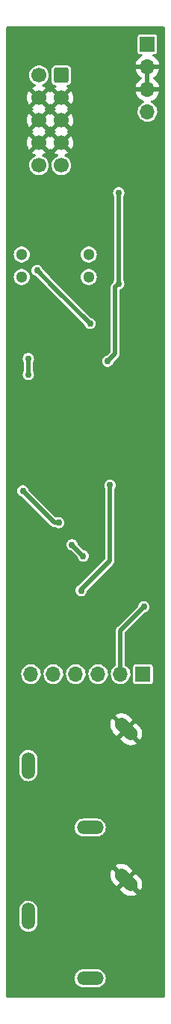
<source format=gbr>
G04 #@! TF.GenerationSoftware,KiCad,Pcbnew,(6.0.0)*
G04 #@! TF.CreationDate,2022-01-30T14:59:27+09:00*
G04 #@! TF.ProjectId,exits,65786974-732e-46b6-9963-61645f706362,2.1*
G04 #@! TF.SameCoordinates,Original*
G04 #@! TF.FileFunction,Copper,L2,Bot*
G04 #@! TF.FilePolarity,Positive*
%FSLAX46Y46*%
G04 Gerber Fmt 4.6, Leading zero omitted, Abs format (unit mm)*
G04 Created by KiCad (PCBNEW (6.0.0)) date 2022-01-30 14:59:27*
%MOMM*%
%LPD*%
G01*
G04 APERTURE LIST*
G04 Aperture macros list*
%AMRoundRect*
0 Rectangle with rounded corners*
0 $1 Rounding radius*
0 $2 $3 $4 $5 $6 $7 $8 $9 X,Y pos of 4 corners*
0 Add a 4 corners polygon primitive as box body*
4,1,4,$2,$3,$4,$5,$6,$7,$8,$9,$2,$3,0*
0 Add four circle primitives for the rounded corners*
1,1,$1+$1,$2,$3*
1,1,$1+$1,$4,$5*
1,1,$1+$1,$6,$7*
1,1,$1+$1,$8,$9*
0 Add four rect primitives between the rounded corners*
20,1,$1+$1,$2,$3,$4,$5,0*
20,1,$1+$1,$4,$5,$6,$7,0*
20,1,$1+$1,$6,$7,$8,$9,0*
20,1,$1+$1,$8,$9,$2,$3,0*%
%AMHorizOval*
0 Thick line with rounded ends*
0 $1 width*
0 $2 $3 position (X,Y) of the first rounded end (center of the circle)*
0 $4 $5 position (X,Y) of the second rounded end (center of the circle)*
0 Add line between two ends*
20,1,$1,$2,$3,$4,$5,0*
0 Add two circle primitives to create the rounded ends*
1,1,$1,$2,$3*
1,1,$1,$4,$5*%
G04 Aperture macros list end*
G04 #@! TA.AperFunction,ComponentPad*
%ADD10R,1.700000X1.700000*%
G04 #@! TD*
G04 #@! TA.AperFunction,ComponentPad*
%ADD11O,1.700000X1.700000*%
G04 #@! TD*
G04 #@! TA.AperFunction,ComponentPad*
%ADD12HorizOval,1.508000X-0.533159X0.533159X0.533159X-0.533159X0*%
G04 #@! TD*
G04 #@! TA.AperFunction,ComponentPad*
%ADD13O,3.016000X1.508000*%
G04 #@! TD*
G04 #@! TA.AperFunction,ComponentPad*
%ADD14O,1.508000X3.016000*%
G04 #@! TD*
G04 #@! TA.AperFunction,ComponentPad*
%ADD15RoundRect,0.250000X0.600000X0.600000X-0.600000X0.600000X-0.600000X-0.600000X0.600000X-0.600000X0*%
G04 #@! TD*
G04 #@! TA.AperFunction,ComponentPad*
%ADD16C,1.700000*%
G04 #@! TD*
G04 #@! TA.AperFunction,ComponentPad*
%ADD17C,1.300000*%
G04 #@! TD*
G04 #@! TA.AperFunction,ViaPad*
%ADD18C,0.762000*%
G04 #@! TD*
G04 #@! TA.AperFunction,Conductor*
%ADD19C,0.508000*%
G04 #@! TD*
G04 APERTURE END LIST*
D10*
X139000000Y-42250000D03*
D11*
X139000000Y-44790000D03*
X139000000Y-47330000D03*
X139000000Y-49870000D03*
D10*
X138500000Y-113300000D03*
D11*
X135960000Y-113300000D03*
X133420000Y-113300000D03*
X130880000Y-113300000D03*
X128340000Y-113300000D03*
X125800000Y-113300000D03*
D12*
X136596000Y-136504000D03*
D13*
X132500000Y-147600000D03*
D14*
X125500000Y-140600000D03*
D12*
X136596000Y-119504000D03*
D13*
X132500000Y-130600000D03*
D14*
X125500000Y-123600000D03*
D15*
X129250000Y-45750000D03*
D16*
X126710000Y-45750000D03*
X129250000Y-48290000D03*
X126710000Y-48290000D03*
X129250000Y-50830000D03*
X126710000Y-50830000D03*
X129250000Y-53370000D03*
X126710000Y-53370000D03*
X129250000Y-55910000D03*
X126710000Y-55910000D03*
D17*
X124750000Y-68500000D03*
X124750000Y-65960000D03*
X132350000Y-68500000D03*
X132350000Y-65960000D03*
D18*
X134700000Y-63560000D03*
X132250000Y-96750000D03*
X134500000Y-67000000D03*
X136870000Y-63560000D03*
X125500000Y-86750000D03*
X134500000Y-78000000D03*
X132500000Y-107250000D03*
X126500000Y-67750000D03*
X131500000Y-103860000D03*
X136250000Y-71750000D03*
X135750000Y-69250000D03*
X133500000Y-98500000D03*
X132500000Y-73750000D03*
X138600000Y-105700000D03*
X124871382Y-92621382D03*
X136000000Y-88250000D03*
X131713618Y-99963618D03*
X131000000Y-91250000D03*
X128950000Y-96200000D03*
X125500000Y-77702999D03*
X128500000Y-111500000D03*
X140250000Y-67750000D03*
X137250000Y-84750000D03*
X134750000Y-92000000D03*
X129000000Y-88250000D03*
X130456382Y-98706382D03*
X125500000Y-79480999D03*
X125750000Y-91500000D03*
X135750000Y-59000000D03*
D19*
X124871382Y-92621382D02*
X128450000Y-96200000D01*
X128450000Y-96200000D02*
X128950000Y-96200000D01*
X135750000Y-69250000D02*
X135360999Y-69639001D01*
X135750000Y-59000000D02*
X135750000Y-69250000D01*
X135360999Y-69639001D02*
X135360999Y-77139001D01*
X134750000Y-92000000D02*
X134750000Y-100500000D01*
X130456382Y-98706382D02*
X131713618Y-99963618D01*
X131500000Y-103750000D02*
X131500000Y-103860000D01*
X134750000Y-100500000D02*
X131500000Y-103750000D01*
X135360999Y-77139001D02*
X134500000Y-78000000D01*
X126500000Y-67750000D02*
X128408001Y-69658001D01*
X128408001Y-69658001D02*
X132500000Y-73750000D01*
X135940000Y-113300000D02*
X135940000Y-108360000D01*
X125500000Y-79250000D02*
X125500000Y-79480999D01*
X125500000Y-77702999D02*
X125500000Y-79250000D01*
X135940000Y-108360000D02*
X138600000Y-105700000D01*
G04 #@! TA.AperFunction,Conductor*
G36*
X140938121Y-40274002D02*
G01*
X140984614Y-40327658D01*
X140996000Y-40380000D01*
X140996000Y-149620000D01*
X140975998Y-149688121D01*
X140922342Y-149734614D01*
X140870000Y-149746000D01*
X123130000Y-149746000D01*
X123061879Y-149725998D01*
X123015386Y-149672342D01*
X123004000Y-149620000D01*
X123004000Y-147592925D01*
X130732645Y-147592925D01*
X130750570Y-147789888D01*
X130806410Y-147979619D01*
X130809263Y-147985077D01*
X130809265Y-147985081D01*
X130856720Y-148075853D01*
X130898040Y-148154890D01*
X131021968Y-148309025D01*
X131026692Y-148312989D01*
X131033933Y-148319065D01*
X131173474Y-148436154D01*
X131178872Y-148439121D01*
X131178877Y-148439125D01*
X131322180Y-148517905D01*
X131346787Y-148531433D01*
X131352654Y-148533294D01*
X131352656Y-148533295D01*
X131529436Y-148589373D01*
X131535306Y-148591235D01*
X131689227Y-148608500D01*
X133303769Y-148608500D01*
X133306825Y-148608200D01*
X133306832Y-148608200D01*
X133365340Y-148602463D01*
X133450833Y-148594080D01*
X133456734Y-148592298D01*
X133456736Y-148592298D01*
X133530053Y-148570162D01*
X133640169Y-148536916D01*
X133814796Y-148444066D01*
X133901062Y-148373709D01*
X133963287Y-148322960D01*
X133963290Y-148322957D01*
X133968062Y-148319065D01*
X133980344Y-148304219D01*
X134090201Y-148171425D01*
X134090203Y-148171421D01*
X134094130Y-148166675D01*
X134188198Y-147992701D01*
X134246682Y-147803768D01*
X134267355Y-147607075D01*
X134249430Y-147410112D01*
X134193590Y-147220381D01*
X134183919Y-147201881D01*
X134104813Y-147050568D01*
X134101960Y-147045110D01*
X133978032Y-146890975D01*
X133971727Y-146885684D01*
X133955334Y-146871929D01*
X133826526Y-146763846D01*
X133821128Y-146760879D01*
X133821123Y-146760875D01*
X133658608Y-146671533D01*
X133658609Y-146671533D01*
X133653213Y-146668567D01*
X133647346Y-146666706D01*
X133647344Y-146666705D01*
X133470564Y-146610627D01*
X133470563Y-146610627D01*
X133464694Y-146608765D01*
X133310773Y-146591500D01*
X131696231Y-146591500D01*
X131693175Y-146591800D01*
X131693168Y-146591800D01*
X131634660Y-146597537D01*
X131549167Y-146605920D01*
X131543266Y-146607702D01*
X131543264Y-146607702D01*
X131469947Y-146629838D01*
X131359831Y-146663084D01*
X131185204Y-146755934D01*
X131098938Y-146826291D01*
X131036713Y-146877040D01*
X131036710Y-146877043D01*
X131031938Y-146880935D01*
X131028011Y-146885682D01*
X131028009Y-146885684D01*
X130909799Y-147028575D01*
X130909797Y-147028579D01*
X130905870Y-147033325D01*
X130811802Y-147207299D01*
X130753318Y-147396232D01*
X130732645Y-147592925D01*
X123004000Y-147592925D01*
X123004000Y-141403769D01*
X124491500Y-141403769D01*
X124491800Y-141406825D01*
X124491800Y-141406832D01*
X124492530Y-141414273D01*
X124505920Y-141550833D01*
X124563084Y-141740169D01*
X124655934Y-141914796D01*
X124726291Y-142001062D01*
X124777040Y-142063287D01*
X124777043Y-142063290D01*
X124780935Y-142068062D01*
X124785682Y-142071989D01*
X124785684Y-142071991D01*
X124928575Y-142190201D01*
X124928579Y-142190203D01*
X124933325Y-142194130D01*
X125107299Y-142288198D01*
X125296232Y-142346682D01*
X125302357Y-142347326D01*
X125302358Y-142347326D01*
X125486796Y-142366711D01*
X125486798Y-142366711D01*
X125492925Y-142367355D01*
X125575424Y-142359847D01*
X125683749Y-142349989D01*
X125683752Y-142349988D01*
X125689888Y-142349430D01*
X125695794Y-142347692D01*
X125695798Y-142347691D01*
X125800924Y-142316751D01*
X125879619Y-142293590D01*
X125885077Y-142290737D01*
X125885081Y-142290735D01*
X125975853Y-142243280D01*
X126054890Y-142201960D01*
X126209025Y-142078032D01*
X126336154Y-141926526D01*
X126339121Y-141921128D01*
X126339125Y-141921123D01*
X126428467Y-141758608D01*
X126431433Y-141753213D01*
X126433846Y-141745608D01*
X126489373Y-141570564D01*
X126489373Y-141570563D01*
X126491235Y-141564694D01*
X126508500Y-141410773D01*
X126508500Y-139796231D01*
X126507814Y-139789227D01*
X126494681Y-139655301D01*
X126494080Y-139649167D01*
X126436916Y-139459831D01*
X126344066Y-139285204D01*
X126273709Y-139198938D01*
X126222960Y-139136713D01*
X126222957Y-139136710D01*
X126219065Y-139131938D01*
X126212724Y-139126692D01*
X126071425Y-139009799D01*
X126071421Y-139009797D01*
X126066675Y-139005870D01*
X125892701Y-138911802D01*
X125703768Y-138853318D01*
X125697643Y-138852674D01*
X125697642Y-138852674D01*
X125513204Y-138833289D01*
X125513202Y-138833289D01*
X125507075Y-138832645D01*
X125424576Y-138840153D01*
X125316251Y-138850011D01*
X125316248Y-138850012D01*
X125310112Y-138850570D01*
X125304206Y-138852308D01*
X125304202Y-138852309D01*
X125199076Y-138883249D01*
X125120381Y-138906410D01*
X125114923Y-138909263D01*
X125114919Y-138909265D01*
X125024147Y-138956720D01*
X124945110Y-138998040D01*
X124790975Y-139121968D01*
X124663846Y-139273474D01*
X124660879Y-139278872D01*
X124660875Y-139278877D01*
X124657397Y-139285204D01*
X124568567Y-139446787D01*
X124566706Y-139452654D01*
X124566705Y-139452656D01*
X124510627Y-139629436D01*
X124508765Y-139635306D01*
X124491500Y-139789227D01*
X124491500Y-141403769D01*
X123004000Y-141403769D01*
X123004000Y-137577104D01*
X135888434Y-137577104D01*
X135888566Y-137578940D01*
X135892815Y-137585552D01*
X136275218Y-137967955D01*
X136279352Y-137971737D01*
X136401702Y-138074038D01*
X136410885Y-138080419D01*
X136596812Y-138186471D01*
X136606980Y-138191127D01*
X136808757Y-138262579D01*
X136819578Y-138265357D01*
X137030820Y-138299950D01*
X137041975Y-138300769D01*
X137255994Y-138297406D01*
X137267112Y-138296238D01*
X137477160Y-138255029D01*
X137487899Y-138251909D01*
X137687336Y-138174151D01*
X137697332Y-138169189D01*
X137808776Y-138100897D01*
X137818236Y-138090441D01*
X137814452Y-138081663D01*
X136608810Y-136876020D01*
X136594869Y-136868408D01*
X136593034Y-136868539D01*
X136586420Y-136872790D01*
X135896045Y-137563166D01*
X135888434Y-137577104D01*
X123004000Y-137577104D01*
X123004000Y-135923381D01*
X134797116Y-135923381D01*
X134807199Y-136137207D01*
X134808714Y-136148270D01*
X134856504Y-136356929D01*
X134859958Y-136367557D01*
X134943937Y-136564444D01*
X134949223Y-136574304D01*
X135067290Y-136754044D01*
X135072889Y-136761341D01*
X135106705Y-136799294D01*
X135109211Y-136801948D01*
X135511215Y-137203952D01*
X135525159Y-137211566D01*
X135526992Y-137211435D01*
X135533607Y-137207184D01*
X136223982Y-136516808D01*
X136230358Y-136505132D01*
X136960408Y-136505132D01*
X136960539Y-136506965D01*
X136964790Y-136513580D01*
X138173157Y-137721946D01*
X138185950Y-137728932D01*
X138193980Y-137723059D01*
X138194465Y-137722313D01*
X138294625Y-137533143D01*
X138298961Y-137522827D01*
X138364038Y-137318914D01*
X138366476Y-137308006D01*
X138394416Y-137095778D01*
X138394884Y-137084618D01*
X138384800Y-136870793D01*
X138383285Y-136859730D01*
X138335495Y-136651068D01*
X138332043Y-136640446D01*
X138248058Y-136443544D01*
X138242782Y-136433705D01*
X138124711Y-136253958D01*
X138119110Y-136246658D01*
X138085277Y-136208685D01*
X138082807Y-136206069D01*
X137680786Y-135804048D01*
X137666842Y-135796434D01*
X137665009Y-135796565D01*
X137658394Y-135800816D01*
X136968022Y-136491188D01*
X136960408Y-136505132D01*
X136230358Y-136505132D01*
X136231593Y-136502870D01*
X136231461Y-136501034D01*
X136227212Y-136494422D01*
X135018843Y-135286054D01*
X135006050Y-135279068D01*
X134998022Y-135284939D01*
X134997530Y-135285697D01*
X134897378Y-135474849D01*
X134893037Y-135485176D01*
X134827961Y-135689086D01*
X134825523Y-135699994D01*
X134797584Y-135912221D01*
X134797116Y-135923381D01*
X123004000Y-135923381D01*
X123004000Y-134917559D01*
X135373764Y-134917559D01*
X135377548Y-134926337D01*
X136583190Y-136131980D01*
X136597131Y-136139592D01*
X136598966Y-136139461D01*
X136605580Y-136135210D01*
X137295952Y-135444838D01*
X137303566Y-135430894D01*
X137303435Y-135429061D01*
X137299184Y-135422446D01*
X136916779Y-135040042D01*
X136912645Y-135036260D01*
X136790289Y-134933954D01*
X136781129Y-134927588D01*
X136595178Y-134821523D01*
X136585029Y-134816876D01*
X136383246Y-134745421D01*
X136372417Y-134742641D01*
X136161180Y-134708050D01*
X136150025Y-134707231D01*
X135936007Y-134710594D01*
X135924886Y-134711762D01*
X135714835Y-134752972D01*
X135704105Y-134756089D01*
X135504664Y-134833849D01*
X135494668Y-134838811D01*
X135383224Y-134907103D01*
X135373764Y-134917559D01*
X123004000Y-134917559D01*
X123004000Y-130592925D01*
X130732645Y-130592925D01*
X130750570Y-130789888D01*
X130806410Y-130979619D01*
X130809263Y-130985077D01*
X130809265Y-130985081D01*
X130856720Y-131075853D01*
X130898040Y-131154890D01*
X131021968Y-131309025D01*
X131026692Y-131312989D01*
X131033933Y-131319065D01*
X131173474Y-131436154D01*
X131178872Y-131439121D01*
X131178877Y-131439125D01*
X131322180Y-131517905D01*
X131346787Y-131531433D01*
X131352654Y-131533294D01*
X131352656Y-131533295D01*
X131529436Y-131589373D01*
X131535306Y-131591235D01*
X131689227Y-131608500D01*
X133303769Y-131608500D01*
X133306825Y-131608200D01*
X133306832Y-131608200D01*
X133365340Y-131602463D01*
X133450833Y-131594080D01*
X133456734Y-131592298D01*
X133456736Y-131592298D01*
X133530053Y-131570162D01*
X133640169Y-131536916D01*
X133814796Y-131444066D01*
X133901062Y-131373709D01*
X133963287Y-131322960D01*
X133963290Y-131322957D01*
X133968062Y-131319065D01*
X133980344Y-131304219D01*
X134090201Y-131171425D01*
X134090203Y-131171421D01*
X134094130Y-131166675D01*
X134188198Y-130992701D01*
X134246682Y-130803768D01*
X134267355Y-130607075D01*
X134249430Y-130410112D01*
X134193590Y-130220381D01*
X134183919Y-130201881D01*
X134104813Y-130050568D01*
X134101960Y-130045110D01*
X133978032Y-129890975D01*
X133971727Y-129885684D01*
X133955334Y-129871929D01*
X133826526Y-129763846D01*
X133821128Y-129760879D01*
X133821123Y-129760875D01*
X133658608Y-129671533D01*
X133658609Y-129671533D01*
X133653213Y-129668567D01*
X133647346Y-129666706D01*
X133647344Y-129666705D01*
X133470564Y-129610627D01*
X133470563Y-129610627D01*
X133464694Y-129608765D01*
X133310773Y-129591500D01*
X131696231Y-129591500D01*
X131693175Y-129591800D01*
X131693168Y-129591800D01*
X131634660Y-129597537D01*
X131549167Y-129605920D01*
X131543266Y-129607702D01*
X131543264Y-129607702D01*
X131469947Y-129629838D01*
X131359831Y-129663084D01*
X131185204Y-129755934D01*
X131098938Y-129826291D01*
X131036713Y-129877040D01*
X131036710Y-129877043D01*
X131031938Y-129880935D01*
X131028011Y-129885682D01*
X131028009Y-129885684D01*
X130909799Y-130028575D01*
X130909797Y-130028579D01*
X130905870Y-130033325D01*
X130811802Y-130207299D01*
X130753318Y-130396232D01*
X130732645Y-130592925D01*
X123004000Y-130592925D01*
X123004000Y-124403769D01*
X124491500Y-124403769D01*
X124491800Y-124406825D01*
X124491800Y-124406832D01*
X124492530Y-124414273D01*
X124505920Y-124550833D01*
X124563084Y-124740169D01*
X124655934Y-124914796D01*
X124726291Y-125001062D01*
X124777040Y-125063287D01*
X124777043Y-125063290D01*
X124780935Y-125068062D01*
X124785682Y-125071989D01*
X124785684Y-125071991D01*
X124928575Y-125190201D01*
X124928579Y-125190203D01*
X124933325Y-125194130D01*
X125107299Y-125288198D01*
X125296232Y-125346682D01*
X125302357Y-125347326D01*
X125302358Y-125347326D01*
X125486796Y-125366711D01*
X125486798Y-125366711D01*
X125492925Y-125367355D01*
X125575424Y-125359847D01*
X125683749Y-125349989D01*
X125683752Y-125349988D01*
X125689888Y-125349430D01*
X125695794Y-125347692D01*
X125695798Y-125347691D01*
X125800924Y-125316751D01*
X125879619Y-125293590D01*
X125885077Y-125290737D01*
X125885081Y-125290735D01*
X125975853Y-125243280D01*
X126054890Y-125201960D01*
X126209025Y-125078032D01*
X126336154Y-124926526D01*
X126339121Y-124921128D01*
X126339125Y-124921123D01*
X126428467Y-124758608D01*
X126431433Y-124753213D01*
X126433846Y-124745608D01*
X126489373Y-124570564D01*
X126489373Y-124570563D01*
X126491235Y-124564694D01*
X126508500Y-124410773D01*
X126508500Y-122796231D01*
X126507814Y-122789227D01*
X126494681Y-122655301D01*
X126494080Y-122649167D01*
X126436916Y-122459831D01*
X126344066Y-122285204D01*
X126273709Y-122198938D01*
X126222960Y-122136713D01*
X126222957Y-122136710D01*
X126219065Y-122131938D01*
X126212724Y-122126692D01*
X126071425Y-122009799D01*
X126071421Y-122009797D01*
X126066675Y-122005870D01*
X125892701Y-121911802D01*
X125703768Y-121853318D01*
X125697643Y-121852674D01*
X125697642Y-121852674D01*
X125513204Y-121833289D01*
X125513202Y-121833289D01*
X125507075Y-121832645D01*
X125424576Y-121840153D01*
X125316251Y-121850011D01*
X125316248Y-121850012D01*
X125310112Y-121850570D01*
X125304206Y-121852308D01*
X125304202Y-121852309D01*
X125199076Y-121883249D01*
X125120381Y-121906410D01*
X125114923Y-121909263D01*
X125114919Y-121909265D01*
X125024147Y-121956720D01*
X124945110Y-121998040D01*
X124790975Y-122121968D01*
X124663846Y-122273474D01*
X124660879Y-122278872D01*
X124660875Y-122278877D01*
X124657397Y-122285204D01*
X124568567Y-122446787D01*
X124566706Y-122452654D01*
X124566705Y-122452656D01*
X124510627Y-122629436D01*
X124508765Y-122635306D01*
X124491500Y-122789227D01*
X124491500Y-124403769D01*
X123004000Y-124403769D01*
X123004000Y-120577104D01*
X135888434Y-120577104D01*
X135888566Y-120578940D01*
X135892815Y-120585552D01*
X136275218Y-120967955D01*
X136279352Y-120971737D01*
X136401702Y-121074038D01*
X136410885Y-121080419D01*
X136596812Y-121186471D01*
X136606980Y-121191127D01*
X136808757Y-121262579D01*
X136819578Y-121265357D01*
X137030820Y-121299950D01*
X137041975Y-121300769D01*
X137255994Y-121297406D01*
X137267112Y-121296238D01*
X137477160Y-121255029D01*
X137487899Y-121251909D01*
X137687336Y-121174151D01*
X137697332Y-121169189D01*
X137808776Y-121100897D01*
X137818236Y-121090441D01*
X137814452Y-121081663D01*
X136608810Y-119876020D01*
X136594869Y-119868408D01*
X136593034Y-119868539D01*
X136586420Y-119872790D01*
X135896045Y-120563166D01*
X135888434Y-120577104D01*
X123004000Y-120577104D01*
X123004000Y-118923381D01*
X134797116Y-118923381D01*
X134807199Y-119137207D01*
X134808714Y-119148270D01*
X134856504Y-119356929D01*
X134859958Y-119367557D01*
X134943937Y-119564444D01*
X134949223Y-119574304D01*
X135067290Y-119754044D01*
X135072889Y-119761341D01*
X135106705Y-119799294D01*
X135109211Y-119801948D01*
X135511215Y-120203952D01*
X135525159Y-120211566D01*
X135526992Y-120211435D01*
X135533607Y-120207184D01*
X136223982Y-119516808D01*
X136230358Y-119505132D01*
X136960408Y-119505132D01*
X136960539Y-119506965D01*
X136964790Y-119513580D01*
X138173157Y-120721946D01*
X138185950Y-120728932D01*
X138193980Y-120723059D01*
X138194465Y-120722313D01*
X138294625Y-120533143D01*
X138298961Y-120522827D01*
X138364038Y-120318914D01*
X138366476Y-120308006D01*
X138394416Y-120095778D01*
X138394884Y-120084618D01*
X138384800Y-119870793D01*
X138383285Y-119859730D01*
X138335495Y-119651068D01*
X138332043Y-119640446D01*
X138248058Y-119443544D01*
X138242782Y-119433705D01*
X138124711Y-119253958D01*
X138119110Y-119246658D01*
X138085277Y-119208685D01*
X138082807Y-119206069D01*
X137680786Y-118804048D01*
X137666842Y-118796434D01*
X137665009Y-118796565D01*
X137658394Y-118800816D01*
X136968022Y-119491188D01*
X136960408Y-119505132D01*
X136230358Y-119505132D01*
X136231593Y-119502870D01*
X136231461Y-119501034D01*
X136227212Y-119494422D01*
X135018843Y-118286054D01*
X135006050Y-118279068D01*
X134998022Y-118284939D01*
X134997530Y-118285697D01*
X134897378Y-118474849D01*
X134893037Y-118485176D01*
X134827961Y-118689086D01*
X134825523Y-118699994D01*
X134797584Y-118912221D01*
X134797116Y-118923381D01*
X123004000Y-118923381D01*
X123004000Y-117917559D01*
X135373764Y-117917559D01*
X135377548Y-117926337D01*
X136583190Y-119131980D01*
X136597131Y-119139592D01*
X136598966Y-119139461D01*
X136605580Y-119135210D01*
X137295952Y-118444838D01*
X137303566Y-118430894D01*
X137303435Y-118429061D01*
X137299184Y-118422446D01*
X136916779Y-118040042D01*
X136912645Y-118036260D01*
X136790289Y-117933954D01*
X136781129Y-117927588D01*
X136595178Y-117821523D01*
X136585029Y-117816876D01*
X136383246Y-117745421D01*
X136372417Y-117742641D01*
X136161180Y-117708050D01*
X136150025Y-117707231D01*
X135936007Y-117710594D01*
X135924886Y-117711762D01*
X135714835Y-117752972D01*
X135704105Y-117756089D01*
X135504664Y-117833849D01*
X135494668Y-117838811D01*
X135383224Y-117907103D01*
X135373764Y-117917559D01*
X123004000Y-117917559D01*
X123004000Y-113270964D01*
X124691148Y-113270964D01*
X124704424Y-113473522D01*
X124705845Y-113479118D01*
X124705846Y-113479123D01*
X124726119Y-113558945D01*
X124754392Y-113670269D01*
X124756809Y-113675512D01*
X124794010Y-113756208D01*
X124839377Y-113854616D01*
X124956533Y-114020389D01*
X125101938Y-114162035D01*
X125270720Y-114274812D01*
X125276023Y-114277090D01*
X125276026Y-114277092D01*
X125407283Y-114333484D01*
X125457228Y-114354942D01*
X125530244Y-114371464D01*
X125649579Y-114398467D01*
X125649584Y-114398468D01*
X125655216Y-114399742D01*
X125660987Y-114399969D01*
X125660989Y-114399969D01*
X125720756Y-114402317D01*
X125858053Y-114407712D01*
X125965348Y-114392155D01*
X126053231Y-114379413D01*
X126053236Y-114379412D01*
X126058945Y-114378584D01*
X126064409Y-114376729D01*
X126064414Y-114376728D01*
X126245693Y-114315192D01*
X126245698Y-114315190D01*
X126251165Y-114313334D01*
X126428276Y-114214147D01*
X126467969Y-114181135D01*
X126579913Y-114088031D01*
X126584345Y-114084345D01*
X126714147Y-113928276D01*
X126813334Y-113751165D01*
X126815190Y-113745698D01*
X126815192Y-113745693D01*
X126876728Y-113564414D01*
X126876729Y-113564409D01*
X126878584Y-113558945D01*
X126879412Y-113553236D01*
X126879413Y-113553231D01*
X126907179Y-113361727D01*
X126907712Y-113358053D01*
X126909232Y-113300000D01*
X126906564Y-113270964D01*
X127231148Y-113270964D01*
X127244424Y-113473522D01*
X127245845Y-113479118D01*
X127245846Y-113479123D01*
X127266119Y-113558945D01*
X127294392Y-113670269D01*
X127296809Y-113675512D01*
X127334010Y-113756208D01*
X127379377Y-113854616D01*
X127496533Y-114020389D01*
X127641938Y-114162035D01*
X127810720Y-114274812D01*
X127816023Y-114277090D01*
X127816026Y-114277092D01*
X127947283Y-114333484D01*
X127997228Y-114354942D01*
X128070244Y-114371464D01*
X128189579Y-114398467D01*
X128189584Y-114398468D01*
X128195216Y-114399742D01*
X128200987Y-114399969D01*
X128200989Y-114399969D01*
X128260756Y-114402317D01*
X128398053Y-114407712D01*
X128505348Y-114392155D01*
X128593231Y-114379413D01*
X128593236Y-114379412D01*
X128598945Y-114378584D01*
X128604409Y-114376729D01*
X128604414Y-114376728D01*
X128785693Y-114315192D01*
X128785698Y-114315190D01*
X128791165Y-114313334D01*
X128968276Y-114214147D01*
X129007969Y-114181135D01*
X129119913Y-114088031D01*
X129124345Y-114084345D01*
X129254147Y-113928276D01*
X129353334Y-113751165D01*
X129355190Y-113745698D01*
X129355192Y-113745693D01*
X129416728Y-113564414D01*
X129416729Y-113564409D01*
X129418584Y-113558945D01*
X129419412Y-113553236D01*
X129419413Y-113553231D01*
X129447179Y-113361727D01*
X129447712Y-113358053D01*
X129449232Y-113300000D01*
X129446564Y-113270964D01*
X129771148Y-113270964D01*
X129784424Y-113473522D01*
X129785845Y-113479118D01*
X129785846Y-113479123D01*
X129806119Y-113558945D01*
X129834392Y-113670269D01*
X129836809Y-113675512D01*
X129874010Y-113756208D01*
X129919377Y-113854616D01*
X130036533Y-114020389D01*
X130181938Y-114162035D01*
X130350720Y-114274812D01*
X130356023Y-114277090D01*
X130356026Y-114277092D01*
X130487283Y-114333484D01*
X130537228Y-114354942D01*
X130610244Y-114371464D01*
X130729579Y-114398467D01*
X130729584Y-114398468D01*
X130735216Y-114399742D01*
X130740987Y-114399969D01*
X130740989Y-114399969D01*
X130800756Y-114402317D01*
X130938053Y-114407712D01*
X131045348Y-114392155D01*
X131133231Y-114379413D01*
X131133236Y-114379412D01*
X131138945Y-114378584D01*
X131144409Y-114376729D01*
X131144414Y-114376728D01*
X131325693Y-114315192D01*
X131325698Y-114315190D01*
X131331165Y-114313334D01*
X131508276Y-114214147D01*
X131547969Y-114181135D01*
X131659913Y-114088031D01*
X131664345Y-114084345D01*
X131794147Y-113928276D01*
X131893334Y-113751165D01*
X131895190Y-113745698D01*
X131895192Y-113745693D01*
X131956728Y-113564414D01*
X131956729Y-113564409D01*
X131958584Y-113558945D01*
X131959412Y-113553236D01*
X131959413Y-113553231D01*
X131987179Y-113361727D01*
X131987712Y-113358053D01*
X131989232Y-113300000D01*
X131986564Y-113270964D01*
X132311148Y-113270964D01*
X132324424Y-113473522D01*
X132325845Y-113479118D01*
X132325846Y-113479123D01*
X132346119Y-113558945D01*
X132374392Y-113670269D01*
X132376809Y-113675512D01*
X132414010Y-113756208D01*
X132459377Y-113854616D01*
X132576533Y-114020389D01*
X132721938Y-114162035D01*
X132890720Y-114274812D01*
X132896023Y-114277090D01*
X132896026Y-114277092D01*
X133027283Y-114333484D01*
X133077228Y-114354942D01*
X133150244Y-114371464D01*
X133269579Y-114398467D01*
X133269584Y-114398468D01*
X133275216Y-114399742D01*
X133280987Y-114399969D01*
X133280989Y-114399969D01*
X133340756Y-114402317D01*
X133478053Y-114407712D01*
X133585348Y-114392155D01*
X133673231Y-114379413D01*
X133673236Y-114379412D01*
X133678945Y-114378584D01*
X133684409Y-114376729D01*
X133684414Y-114376728D01*
X133865693Y-114315192D01*
X133865698Y-114315190D01*
X133871165Y-114313334D01*
X134048276Y-114214147D01*
X134087969Y-114181135D01*
X134199913Y-114088031D01*
X134204345Y-114084345D01*
X134334147Y-113928276D01*
X134433334Y-113751165D01*
X134435190Y-113745698D01*
X134435192Y-113745693D01*
X134496728Y-113564414D01*
X134496729Y-113564409D01*
X134498584Y-113558945D01*
X134499412Y-113553236D01*
X134499413Y-113553231D01*
X134527179Y-113361727D01*
X134527712Y-113358053D01*
X134529232Y-113300000D01*
X134526564Y-113270964D01*
X134851148Y-113270964D01*
X134864424Y-113473522D01*
X134865845Y-113479118D01*
X134865846Y-113479123D01*
X134886119Y-113558945D01*
X134914392Y-113670269D01*
X134916809Y-113675512D01*
X134954010Y-113756208D01*
X134999377Y-113854616D01*
X135116533Y-114020389D01*
X135261938Y-114162035D01*
X135430720Y-114274812D01*
X135436023Y-114277090D01*
X135436026Y-114277092D01*
X135567283Y-114333484D01*
X135617228Y-114354942D01*
X135690244Y-114371464D01*
X135809579Y-114398467D01*
X135809584Y-114398468D01*
X135815216Y-114399742D01*
X135820987Y-114399969D01*
X135820989Y-114399969D01*
X135880756Y-114402317D01*
X136018053Y-114407712D01*
X136125348Y-114392155D01*
X136213231Y-114379413D01*
X136213236Y-114379412D01*
X136218945Y-114378584D01*
X136224409Y-114376729D01*
X136224414Y-114376728D01*
X136405693Y-114315192D01*
X136405698Y-114315190D01*
X136411165Y-114313334D01*
X136588276Y-114214147D01*
X136627969Y-114181135D01*
X136739913Y-114088031D01*
X136744345Y-114084345D01*
X136874147Y-113928276D01*
X136973334Y-113751165D01*
X136975190Y-113745698D01*
X136975192Y-113745693D01*
X137036728Y-113564414D01*
X137036729Y-113564409D01*
X137038584Y-113558945D01*
X137039412Y-113553236D01*
X137039413Y-113553231D01*
X137067179Y-113361727D01*
X137067712Y-113358053D01*
X137069232Y-113300000D01*
X137050658Y-113097859D01*
X137049090Y-113092299D01*
X136997125Y-112908046D01*
X136997124Y-112908044D01*
X136995557Y-112902487D01*
X136984978Y-112881033D01*
X136908331Y-112725609D01*
X136905776Y-112720428D01*
X136784320Y-112557779D01*
X136640609Y-112424933D01*
X137395500Y-112424933D01*
X137395501Y-114175066D01*
X137410266Y-114249301D01*
X137417161Y-114259620D01*
X137417162Y-114259622D01*
X137457516Y-114320015D01*
X137466516Y-114333484D01*
X137550699Y-114389734D01*
X137624933Y-114404500D01*
X138499858Y-114404500D01*
X139375066Y-114404499D01*
X139410818Y-114397388D01*
X139437126Y-114392156D01*
X139437128Y-114392155D01*
X139449301Y-114389734D01*
X139459621Y-114382839D01*
X139459622Y-114382838D01*
X139523168Y-114340377D01*
X139533484Y-114333484D01*
X139589734Y-114249301D01*
X139604500Y-114175067D01*
X139604499Y-112424934D01*
X139597388Y-112389182D01*
X139592156Y-112362874D01*
X139592155Y-112362872D01*
X139589734Y-112350699D01*
X139575332Y-112329144D01*
X139540377Y-112276832D01*
X139533484Y-112266516D01*
X139449301Y-112210266D01*
X139375067Y-112195500D01*
X138500142Y-112195500D01*
X137624934Y-112195501D01*
X137589182Y-112202612D01*
X137562874Y-112207844D01*
X137562872Y-112207845D01*
X137550699Y-112210266D01*
X137540379Y-112217161D01*
X137540378Y-112217162D01*
X137480020Y-112257493D01*
X137466516Y-112266516D01*
X137410266Y-112350699D01*
X137395500Y-112424933D01*
X136640609Y-112424933D01*
X136635258Y-112419987D01*
X136507264Y-112339229D01*
X136460327Y-112285964D01*
X136448500Y-112232668D01*
X136448500Y-108622817D01*
X136468502Y-108554696D01*
X136485405Y-108533722D01*
X138661452Y-106357675D01*
X138722417Y-106323950D01*
X138809446Y-106304018D01*
X138809450Y-106304017D01*
X138816849Y-106302322D01*
X138885214Y-106267938D01*
X138947481Y-106236622D01*
X138947484Y-106236620D01*
X138954264Y-106233210D01*
X139071226Y-106133314D01*
X139160983Y-106008403D01*
X139218355Y-105865688D01*
X139240028Y-105713407D01*
X139240168Y-105700000D01*
X139221689Y-105547299D01*
X139167319Y-105403413D01*
X139080197Y-105276649D01*
X138965353Y-105174327D01*
X138951602Y-105167046D01*
X138836131Y-105105907D01*
X138836128Y-105105906D01*
X138829416Y-105102352D01*
X138680234Y-105064880D01*
X138672636Y-105064840D01*
X138672634Y-105064840D01*
X138607143Y-105064497D01*
X138526421Y-105064075D01*
X138519042Y-105065847D01*
X138519038Y-105065847D01*
X138384234Y-105098210D01*
X138384230Y-105098211D01*
X138376855Y-105099982D01*
X138240172Y-105170529D01*
X138124262Y-105271644D01*
X138035818Y-105397488D01*
X138033059Y-105404563D01*
X138033058Y-105404566D01*
X137982702Y-105533723D01*
X137979944Y-105540797D01*
X137978953Y-105548325D01*
X137976410Y-105567640D01*
X137947688Y-105632567D01*
X137940583Y-105640289D01*
X135630696Y-107950177D01*
X135621156Y-107957800D01*
X135621470Y-107958168D01*
X135614634Y-107963986D01*
X135607042Y-107968776D01*
X135601100Y-107975504D01*
X135571407Y-108009125D01*
X135566061Y-108014812D01*
X135554618Y-108026255D01*
X135548978Y-108033780D01*
X135548341Y-108034630D01*
X135541967Y-108042459D01*
X135510622Y-108077951D01*
X135506808Y-108086074D01*
X135505174Y-108088562D01*
X135496186Y-108103523D01*
X135494771Y-108106108D01*
X135489384Y-108113295D01*
X135486233Y-108121701D01*
X135472759Y-108157642D01*
X135468833Y-108166958D01*
X135448719Y-108209800D01*
X135447338Y-108218669D01*
X135446472Y-108221502D01*
X135442042Y-108238389D01*
X135441408Y-108241274D01*
X135438255Y-108249684D01*
X135437590Y-108258639D01*
X135434746Y-108296906D01*
X135433592Y-108306952D01*
X135431500Y-108320386D01*
X135431500Y-108335906D01*
X135431154Y-108345243D01*
X135427461Y-108394941D01*
X135429335Y-108403720D01*
X135429898Y-108411978D01*
X135431500Y-108427161D01*
X135431500Y-112257493D01*
X135411498Y-112325614D01*
X135369923Y-112365778D01*
X135308010Y-112402612D01*
X135303674Y-112406415D01*
X135303668Y-112406419D01*
X135159733Y-112532648D01*
X135155392Y-112536455D01*
X135029720Y-112695869D01*
X135027031Y-112700980D01*
X135027029Y-112700983D01*
X135014073Y-112725609D01*
X134935203Y-112875515D01*
X134875007Y-113069378D01*
X134851148Y-113270964D01*
X134526564Y-113270964D01*
X134510658Y-113097859D01*
X134509090Y-113092299D01*
X134457125Y-112908046D01*
X134457124Y-112908044D01*
X134455557Y-112902487D01*
X134444978Y-112881033D01*
X134368331Y-112725609D01*
X134365776Y-112720428D01*
X134244320Y-112557779D01*
X134095258Y-112419987D01*
X134090372Y-112416904D01*
X134090371Y-112416903D01*
X133928464Y-112314748D01*
X133923581Y-112311667D01*
X133735039Y-112236446D01*
X133729379Y-112235320D01*
X133729375Y-112235319D01*
X133541613Y-112197971D01*
X133541610Y-112197971D01*
X133535946Y-112196844D01*
X133530171Y-112196768D01*
X133530167Y-112196768D01*
X133428793Y-112195441D01*
X133332971Y-112194187D01*
X133327274Y-112195166D01*
X133327273Y-112195166D01*
X133239397Y-112210266D01*
X133132910Y-112228564D01*
X132942463Y-112298824D01*
X132768010Y-112402612D01*
X132763670Y-112406418D01*
X132763666Y-112406421D01*
X132619733Y-112532648D01*
X132615392Y-112536455D01*
X132489720Y-112695869D01*
X132487031Y-112700980D01*
X132487029Y-112700983D01*
X132474073Y-112725609D01*
X132395203Y-112875515D01*
X132335007Y-113069378D01*
X132311148Y-113270964D01*
X131986564Y-113270964D01*
X131970658Y-113097859D01*
X131969090Y-113092299D01*
X131917125Y-112908046D01*
X131917124Y-112908044D01*
X131915557Y-112902487D01*
X131904978Y-112881033D01*
X131828331Y-112725609D01*
X131825776Y-112720428D01*
X131704320Y-112557779D01*
X131555258Y-112419987D01*
X131550372Y-112416904D01*
X131550371Y-112416903D01*
X131388464Y-112314748D01*
X131383581Y-112311667D01*
X131195039Y-112236446D01*
X131189379Y-112235320D01*
X131189375Y-112235319D01*
X131001613Y-112197971D01*
X131001610Y-112197971D01*
X130995946Y-112196844D01*
X130990171Y-112196768D01*
X130990167Y-112196768D01*
X130888793Y-112195441D01*
X130792971Y-112194187D01*
X130787274Y-112195166D01*
X130787273Y-112195166D01*
X130699397Y-112210266D01*
X130592910Y-112228564D01*
X130402463Y-112298824D01*
X130228010Y-112402612D01*
X130223670Y-112406418D01*
X130223666Y-112406421D01*
X130079733Y-112532648D01*
X130075392Y-112536455D01*
X129949720Y-112695869D01*
X129947031Y-112700980D01*
X129947029Y-112700983D01*
X129934073Y-112725609D01*
X129855203Y-112875515D01*
X129795007Y-113069378D01*
X129771148Y-113270964D01*
X129446564Y-113270964D01*
X129430658Y-113097859D01*
X129429090Y-113092299D01*
X129377125Y-112908046D01*
X129377124Y-112908044D01*
X129375557Y-112902487D01*
X129364978Y-112881033D01*
X129288331Y-112725609D01*
X129285776Y-112720428D01*
X129164320Y-112557779D01*
X129015258Y-112419987D01*
X129010372Y-112416904D01*
X129010371Y-112416903D01*
X128848464Y-112314748D01*
X128843581Y-112311667D01*
X128655039Y-112236446D01*
X128649379Y-112235320D01*
X128649375Y-112235319D01*
X128461613Y-112197971D01*
X128461610Y-112197971D01*
X128455946Y-112196844D01*
X128450171Y-112196768D01*
X128450167Y-112196768D01*
X128348793Y-112195441D01*
X128252971Y-112194187D01*
X128247274Y-112195166D01*
X128247273Y-112195166D01*
X128159397Y-112210266D01*
X128052910Y-112228564D01*
X127862463Y-112298824D01*
X127688010Y-112402612D01*
X127683670Y-112406418D01*
X127683666Y-112406421D01*
X127539733Y-112532648D01*
X127535392Y-112536455D01*
X127409720Y-112695869D01*
X127407031Y-112700980D01*
X127407029Y-112700983D01*
X127394073Y-112725609D01*
X127315203Y-112875515D01*
X127255007Y-113069378D01*
X127231148Y-113270964D01*
X126906564Y-113270964D01*
X126890658Y-113097859D01*
X126889090Y-113092299D01*
X126837125Y-112908046D01*
X126837124Y-112908044D01*
X126835557Y-112902487D01*
X126824978Y-112881033D01*
X126748331Y-112725609D01*
X126745776Y-112720428D01*
X126624320Y-112557779D01*
X126475258Y-112419987D01*
X126470372Y-112416904D01*
X126470371Y-112416903D01*
X126308464Y-112314748D01*
X126303581Y-112311667D01*
X126115039Y-112236446D01*
X126109379Y-112235320D01*
X126109375Y-112235319D01*
X125921613Y-112197971D01*
X125921610Y-112197971D01*
X125915946Y-112196844D01*
X125910171Y-112196768D01*
X125910167Y-112196768D01*
X125808793Y-112195441D01*
X125712971Y-112194187D01*
X125707274Y-112195166D01*
X125707273Y-112195166D01*
X125619397Y-112210266D01*
X125512910Y-112228564D01*
X125322463Y-112298824D01*
X125148010Y-112402612D01*
X125143670Y-112406418D01*
X125143666Y-112406421D01*
X124999733Y-112532648D01*
X124995392Y-112536455D01*
X124869720Y-112695869D01*
X124867031Y-112700980D01*
X124867029Y-112700983D01*
X124854073Y-112725609D01*
X124775203Y-112875515D01*
X124715007Y-113069378D01*
X124691148Y-113270964D01*
X123004000Y-113270964D01*
X123004000Y-103853296D01*
X130859867Y-103853296D01*
X130876746Y-104006183D01*
X130879355Y-104013314D01*
X130879356Y-104013316D01*
X130886463Y-104032735D01*
X130929606Y-104150630D01*
X130933842Y-104156933D01*
X130933842Y-104156934D01*
X131011162Y-104271999D01*
X131011165Y-104272002D01*
X131015396Y-104278299D01*
X131129163Y-104381819D01*
X131264338Y-104455213D01*
X131413119Y-104494245D01*
X131492938Y-104495499D01*
X131559318Y-104496542D01*
X131559321Y-104496542D01*
X131566916Y-104496661D01*
X131574320Y-104494965D01*
X131574322Y-104494965D01*
X131629589Y-104482307D01*
X131716849Y-104462322D01*
X131738187Y-104451590D01*
X131847481Y-104396622D01*
X131847484Y-104396620D01*
X131854264Y-104393210D01*
X131971226Y-104293314D01*
X132060983Y-104168403D01*
X132118355Y-104025688D01*
X132140028Y-103873407D01*
X132140045Y-103871748D01*
X132164952Y-103805875D01*
X132176385Y-103792742D01*
X135059304Y-100909823D01*
X135068844Y-100902200D01*
X135068530Y-100901832D01*
X135075366Y-100896014D01*
X135082958Y-100891224D01*
X135118593Y-100850875D01*
X135123939Y-100845188D01*
X135135382Y-100833745D01*
X135141659Y-100825370D01*
X135148033Y-100817541D01*
X135179378Y-100782049D01*
X135183192Y-100773926D01*
X135184826Y-100771438D01*
X135193814Y-100756477D01*
X135195229Y-100753892D01*
X135200616Y-100746705D01*
X135217241Y-100702357D01*
X135221168Y-100693040D01*
X135237466Y-100658326D01*
X135241281Y-100650200D01*
X135242662Y-100641331D01*
X135243528Y-100638498D01*
X135247958Y-100621611D01*
X135248592Y-100618726D01*
X135251745Y-100610316D01*
X135253912Y-100581158D01*
X135255254Y-100563094D01*
X135256408Y-100553048D01*
X135257751Y-100544425D01*
X135257751Y-100544422D01*
X135258500Y-100539614D01*
X135258500Y-100524094D01*
X135258846Y-100514757D01*
X135261874Y-100474007D01*
X135262539Y-100465059D01*
X135260665Y-100456280D01*
X135260102Y-100448022D01*
X135258500Y-100432839D01*
X135258500Y-92422017D01*
X135282177Y-92348491D01*
X135299204Y-92324795D01*
X135310983Y-92308403D01*
X135368355Y-92165688D01*
X135390028Y-92013407D01*
X135390168Y-92000000D01*
X135388446Y-91985765D01*
X135372601Y-91854839D01*
X135371689Y-91847299D01*
X135317319Y-91703413D01*
X135230197Y-91576649D01*
X135115353Y-91474327D01*
X135101602Y-91467046D01*
X134986131Y-91405907D01*
X134986128Y-91405906D01*
X134979416Y-91402352D01*
X134830234Y-91364880D01*
X134822636Y-91364840D01*
X134822634Y-91364840D01*
X134757143Y-91364497D01*
X134676421Y-91364075D01*
X134669042Y-91365847D01*
X134669038Y-91365847D01*
X134534234Y-91398210D01*
X134534230Y-91398211D01*
X134526855Y-91399982D01*
X134390172Y-91470529D01*
X134274262Y-91571644D01*
X134185818Y-91697488D01*
X134183059Y-91704563D01*
X134183058Y-91704566D01*
X134132704Y-91833717D01*
X134129944Y-91840797D01*
X134128952Y-91848330D01*
X134128952Y-91848331D01*
X134110894Y-91985497D01*
X134109867Y-91993296D01*
X134113350Y-92024845D01*
X134121306Y-92096904D01*
X134126746Y-92146183D01*
X134129355Y-92153314D01*
X134129356Y-92153316D01*
X134146164Y-92199244D01*
X134179606Y-92290630D01*
X134183842Y-92296933D01*
X134183842Y-92296934D01*
X134220082Y-92350865D01*
X134241500Y-92421141D01*
X134241500Y-100237182D01*
X134221498Y-100305303D01*
X134204595Y-100326277D01*
X131278404Y-103252469D01*
X131247099Y-103275340D01*
X131140172Y-103330529D01*
X131024262Y-103431644D01*
X130935818Y-103557488D01*
X130879944Y-103700797D01*
X130878952Y-103708330D01*
X130878952Y-103708331D01*
X130862630Y-103832310D01*
X130859867Y-103853296D01*
X123004000Y-103853296D01*
X123004000Y-98699678D01*
X129816249Y-98699678D01*
X129833128Y-98852565D01*
X129885988Y-98997012D01*
X129890224Y-99003315D01*
X129890224Y-99003316D01*
X129967544Y-99118381D01*
X129967547Y-99118384D01*
X129971778Y-99124681D01*
X130085545Y-99228201D01*
X130220720Y-99301595D01*
X130228061Y-99303521D01*
X130228064Y-99303522D01*
X130339213Y-99332681D01*
X130396335Y-99365462D01*
X131052832Y-100021959D01*
X131086858Y-100084271D01*
X131088976Y-100097228D01*
X131090364Y-100109801D01*
X131092973Y-100116932D01*
X131092974Y-100116934D01*
X131136979Y-100237182D01*
X131143224Y-100254248D01*
X131147460Y-100260551D01*
X131147460Y-100260552D01*
X131224780Y-100375617D01*
X131224783Y-100375620D01*
X131229014Y-100381917D01*
X131284977Y-100432839D01*
X131330220Y-100474007D01*
X131342781Y-100485437D01*
X131477956Y-100558831D01*
X131626737Y-100597863D01*
X131706556Y-100599117D01*
X131772936Y-100600160D01*
X131772939Y-100600160D01*
X131780534Y-100600279D01*
X131787938Y-100598583D01*
X131787940Y-100598583D01*
X131843207Y-100585925D01*
X131930467Y-100565940D01*
X131992492Y-100534745D01*
X132061099Y-100500240D01*
X132061102Y-100500238D01*
X132067882Y-100496828D01*
X132184844Y-100396932D01*
X132274601Y-100272021D01*
X132331973Y-100129306D01*
X132353646Y-99977025D01*
X132353786Y-99963618D01*
X132335307Y-99810917D01*
X132280937Y-99667031D01*
X132193815Y-99540267D01*
X132078971Y-99437945D01*
X132072255Y-99434389D01*
X131949749Y-99369525D01*
X131949746Y-99369524D01*
X131943034Y-99365970D01*
X131935671Y-99364121D01*
X131935667Y-99364119D01*
X131832668Y-99338248D01*
X131774268Y-99305140D01*
X131116444Y-98647317D01*
X131082419Y-98585004D01*
X131080454Y-98573378D01*
X131078071Y-98553681D01*
X131023701Y-98409795D01*
X130936579Y-98283031D01*
X130821735Y-98180709D01*
X130807984Y-98173428D01*
X130692513Y-98112289D01*
X130692510Y-98112288D01*
X130685798Y-98108734D01*
X130536616Y-98071262D01*
X130529018Y-98071222D01*
X130529016Y-98071222D01*
X130463525Y-98070879D01*
X130382803Y-98070457D01*
X130375424Y-98072229D01*
X130375420Y-98072229D01*
X130240616Y-98104592D01*
X130240612Y-98104593D01*
X130233237Y-98106364D01*
X130096554Y-98176911D01*
X129980644Y-98278026D01*
X129892200Y-98403870D01*
X129889441Y-98410945D01*
X129889440Y-98410948D01*
X129839086Y-98540099D01*
X129836326Y-98547179D01*
X129835334Y-98554712D01*
X129835334Y-98554713D01*
X129832880Y-98573357D01*
X129816249Y-98699678D01*
X123004000Y-98699678D01*
X123004000Y-92614678D01*
X124231249Y-92614678D01*
X124248128Y-92767565D01*
X124300988Y-92912012D01*
X124305224Y-92918315D01*
X124305224Y-92918316D01*
X124382544Y-93033381D01*
X124382547Y-93033384D01*
X124386778Y-93039681D01*
X124500545Y-93143201D01*
X124635720Y-93216595D01*
X124643061Y-93218521D01*
X124643064Y-93218522D01*
X124754213Y-93247681D01*
X124811335Y-93280462D01*
X128040177Y-96509304D01*
X128047800Y-96518844D01*
X128048168Y-96518530D01*
X128053986Y-96525366D01*
X128058776Y-96532958D01*
X128065504Y-96538900D01*
X128099125Y-96568593D01*
X128104812Y-96573939D01*
X128116255Y-96585382D01*
X128123780Y-96591022D01*
X128124630Y-96591659D01*
X128132459Y-96598033D01*
X128167951Y-96629378D01*
X128176074Y-96633192D01*
X128178562Y-96634826D01*
X128193523Y-96643814D01*
X128196108Y-96645229D01*
X128203295Y-96650616D01*
X128247642Y-96667241D01*
X128256958Y-96671167D01*
X128299800Y-96691281D01*
X128308669Y-96692662D01*
X128311502Y-96693528D01*
X128328389Y-96697958D01*
X128331274Y-96698592D01*
X128339684Y-96701745D01*
X128368842Y-96703912D01*
X128386906Y-96705254D01*
X128396952Y-96706408D01*
X128405575Y-96707751D01*
X128405578Y-96707751D01*
X128410386Y-96708500D01*
X128425906Y-96708500D01*
X128435243Y-96708846D01*
X128484941Y-96712539D01*
X128493719Y-96710665D01*
X128501979Y-96710102D01*
X128517162Y-96708500D01*
X128522632Y-96708500D01*
X128582754Y-96723769D01*
X128707665Y-96791590D01*
X128714338Y-96795213D01*
X128863119Y-96834245D01*
X128942938Y-96835499D01*
X129009318Y-96836542D01*
X129009321Y-96836542D01*
X129016916Y-96836661D01*
X129024320Y-96834965D01*
X129024322Y-96834965D01*
X129079589Y-96822307D01*
X129166849Y-96802322D01*
X129188187Y-96791590D01*
X129297481Y-96736622D01*
X129297484Y-96736620D01*
X129304264Y-96733210D01*
X129421226Y-96633314D01*
X129510983Y-96508403D01*
X129568355Y-96365688D01*
X129590028Y-96213407D01*
X129590168Y-96200000D01*
X129571689Y-96047299D01*
X129517319Y-95903413D01*
X129430197Y-95776649D01*
X129315353Y-95674327D01*
X129308637Y-95670771D01*
X129186131Y-95605907D01*
X129186128Y-95605906D01*
X129179416Y-95602352D01*
X129030234Y-95564880D01*
X129022636Y-95564840D01*
X129022634Y-95564840D01*
X128957143Y-95564497D01*
X128876421Y-95564075D01*
X128869042Y-95565847D01*
X128869038Y-95565847D01*
X128734234Y-95598210D01*
X128734230Y-95598211D01*
X128726855Y-95599982D01*
X128706598Y-95610437D01*
X128704607Y-95611465D01*
X128634899Y-95624934D01*
X128568976Y-95598579D01*
X128557722Y-95588594D01*
X125531444Y-92562317D01*
X125497418Y-92500005D01*
X125495454Y-92488378D01*
X125493071Y-92468681D01*
X125438701Y-92324795D01*
X125351579Y-92198031D01*
X125236735Y-92095709D01*
X125222984Y-92088428D01*
X125107513Y-92027289D01*
X125107510Y-92027288D01*
X125100798Y-92023734D01*
X124951616Y-91986262D01*
X124944018Y-91986222D01*
X124944016Y-91986222D01*
X124878525Y-91985879D01*
X124797803Y-91985457D01*
X124790424Y-91987229D01*
X124790420Y-91987229D01*
X124655616Y-92019592D01*
X124655612Y-92019593D01*
X124648237Y-92021364D01*
X124511554Y-92091911D01*
X124505832Y-92096903D01*
X124505830Y-92096904D01*
X124449341Y-92146183D01*
X124395644Y-92193026D01*
X124307200Y-92318870D01*
X124304441Y-92325945D01*
X124304440Y-92325948D01*
X124254086Y-92455099D01*
X124251326Y-92462179D01*
X124250334Y-92469712D01*
X124250334Y-92469713D01*
X124247880Y-92488357D01*
X124231249Y-92614678D01*
X123004000Y-92614678D01*
X123004000Y-79474295D01*
X124859867Y-79474295D01*
X124876746Y-79627182D01*
X124879355Y-79634313D01*
X124879356Y-79634315D01*
X124886463Y-79653734D01*
X124929606Y-79771629D01*
X124933842Y-79777932D01*
X124933842Y-79777933D01*
X125011162Y-79892998D01*
X125011165Y-79893001D01*
X125015396Y-79899298D01*
X125129163Y-80002818D01*
X125264338Y-80076212D01*
X125413119Y-80115244D01*
X125492938Y-80116498D01*
X125559318Y-80117541D01*
X125559321Y-80117541D01*
X125566916Y-80117660D01*
X125574320Y-80115964D01*
X125574322Y-80115964D01*
X125629589Y-80103306D01*
X125716849Y-80083321D01*
X125738187Y-80072589D01*
X125847481Y-80017621D01*
X125847484Y-80017619D01*
X125854264Y-80014209D01*
X125971226Y-79914313D01*
X126060983Y-79789402D01*
X126118355Y-79646687D01*
X126140028Y-79494406D01*
X126140168Y-79480999D01*
X126138446Y-79466764D01*
X126122601Y-79335838D01*
X126121689Y-79328298D01*
X126067319Y-79184412D01*
X126058975Y-79172271D01*
X126030660Y-79131071D01*
X126008500Y-79059705D01*
X126008500Y-78125016D01*
X126032177Y-78051490D01*
X126056552Y-78017568D01*
X126060983Y-78011402D01*
X126068262Y-77993296D01*
X133859867Y-77993296D01*
X133876746Y-78146183D01*
X133879355Y-78153314D01*
X133879356Y-78153316D01*
X133886463Y-78172735D01*
X133929606Y-78290630D01*
X133933842Y-78296933D01*
X133933842Y-78296934D01*
X134011162Y-78411999D01*
X134011165Y-78412002D01*
X134015396Y-78418299D01*
X134129163Y-78521819D01*
X134264338Y-78595213D01*
X134413119Y-78634245D01*
X134492938Y-78635499D01*
X134559318Y-78636542D01*
X134559321Y-78636542D01*
X134566916Y-78636661D01*
X134574320Y-78634965D01*
X134574322Y-78634965D01*
X134629589Y-78622307D01*
X134716849Y-78602322D01*
X134738187Y-78591590D01*
X134847481Y-78536622D01*
X134847484Y-78536620D01*
X134854264Y-78533210D01*
X134971226Y-78433314D01*
X135060983Y-78308403D01*
X135118355Y-78165688D01*
X135121995Y-78140113D01*
X135123204Y-78131618D01*
X135152605Y-78066995D01*
X135158852Y-78060275D01*
X135670310Y-77548818D01*
X135679844Y-77541201D01*
X135679530Y-77540832D01*
X135686363Y-77535017D01*
X135693957Y-77530225D01*
X135729584Y-77489884D01*
X135734930Y-77484198D01*
X135746381Y-77472747D01*
X135752661Y-77464369D01*
X135759040Y-77456533D01*
X135784436Y-77427777D01*
X135790377Y-77421050D01*
X135794191Y-77412927D01*
X135795811Y-77410460D01*
X135804815Y-77395476D01*
X135806233Y-77392885D01*
X135811614Y-77385706D01*
X135828235Y-77341370D01*
X135832154Y-77332069D01*
X135852280Y-77289201D01*
X135853662Y-77280329D01*
X135854523Y-77277511D01*
X135858953Y-77260629D01*
X135859592Y-77257722D01*
X135862743Y-77249317D01*
X135866251Y-77202112D01*
X135867405Y-77192064D01*
X135868749Y-77183430D01*
X135869499Y-77178615D01*
X135869499Y-77163078D01*
X135869846Y-77153740D01*
X135872873Y-77113011D01*
X135872873Y-77113010D01*
X135873538Y-77104060D01*
X135871665Y-77095285D01*
X135871102Y-77087028D01*
X135869499Y-77071839D01*
X135869499Y-69974954D01*
X135889501Y-69906833D01*
X135943157Y-69860340D01*
X135952820Y-69856402D01*
X135959441Y-69854019D01*
X135966849Y-69852322D01*
X135973635Y-69848909D01*
X135973638Y-69848908D01*
X136097481Y-69786622D01*
X136097484Y-69786620D01*
X136104264Y-69783210D01*
X136221226Y-69683314D01*
X136310983Y-69558403D01*
X136368355Y-69415688D01*
X136390028Y-69263407D01*
X136390168Y-69250000D01*
X136388854Y-69239135D01*
X136379282Y-69160045D01*
X136371689Y-69097299D01*
X136317319Y-68953413D01*
X136308975Y-68941272D01*
X136280660Y-68900072D01*
X136258500Y-68828706D01*
X136258500Y-59422017D01*
X136282177Y-59348491D01*
X136306552Y-59314569D01*
X136310983Y-59308403D01*
X136368355Y-59165688D01*
X136390028Y-59013407D01*
X136390168Y-59000000D01*
X136388446Y-58985765D01*
X136372601Y-58854839D01*
X136371689Y-58847299D01*
X136317319Y-58703413D01*
X136230197Y-58576649D01*
X136115353Y-58474327D01*
X136101602Y-58467046D01*
X135986131Y-58405907D01*
X135986128Y-58405906D01*
X135979416Y-58402352D01*
X135830234Y-58364880D01*
X135822636Y-58364840D01*
X135822634Y-58364840D01*
X135757143Y-58364497D01*
X135676421Y-58364075D01*
X135669042Y-58365847D01*
X135669038Y-58365847D01*
X135534234Y-58398210D01*
X135534230Y-58398211D01*
X135526855Y-58399982D01*
X135390172Y-58470529D01*
X135274262Y-58571644D01*
X135185818Y-58697488D01*
X135183059Y-58704563D01*
X135183058Y-58704566D01*
X135132704Y-58833717D01*
X135129944Y-58840797D01*
X135109867Y-58993296D01*
X135126746Y-59146183D01*
X135129355Y-59153314D01*
X135129356Y-59153316D01*
X135136463Y-59172735D01*
X135179606Y-59290630D01*
X135183842Y-59296933D01*
X135183842Y-59296934D01*
X135220082Y-59350865D01*
X135241500Y-59421141D01*
X135241500Y-68828412D01*
X135218587Y-68900862D01*
X135185818Y-68947488D01*
X135183059Y-68954563D01*
X135183058Y-68954566D01*
X135132702Y-69083723D01*
X135129944Y-69090797D01*
X135128953Y-69098325D01*
X135126410Y-69117640D01*
X135097688Y-69182567D01*
X135090583Y-69190289D01*
X135051692Y-69229180D01*
X135042155Y-69236800D01*
X135042469Y-69237169D01*
X135035633Y-69242987D01*
X135028041Y-69247777D01*
X135022099Y-69254505D01*
X134992407Y-69288125D01*
X134987061Y-69293812D01*
X134975617Y-69305256D01*
X134969977Y-69312781D01*
X134969340Y-69313631D01*
X134962966Y-69321460D01*
X134931621Y-69356952D01*
X134927807Y-69365075D01*
X134926173Y-69367563D01*
X134917185Y-69382524D01*
X134915770Y-69385109D01*
X134910383Y-69392296D01*
X134901614Y-69415688D01*
X134893758Y-69436643D01*
X134889832Y-69445959D01*
X134869718Y-69488801D01*
X134868337Y-69497670D01*
X134867471Y-69500503D01*
X134863041Y-69517390D01*
X134862407Y-69520275D01*
X134859254Y-69528685D01*
X134858589Y-69537640D01*
X134855745Y-69575907D01*
X134854591Y-69585953D01*
X134852499Y-69599387D01*
X134852499Y-69614907D01*
X134852153Y-69624244D01*
X134848460Y-69673942D01*
X134850334Y-69682721D01*
X134850897Y-69690979D01*
X134852499Y-69706162D01*
X134852499Y-76876183D01*
X134832497Y-76944304D01*
X134815594Y-76965278D01*
X134438886Y-77341986D01*
X134379205Y-77375410D01*
X134284234Y-77398210D01*
X134284230Y-77398211D01*
X134276855Y-77399982D01*
X134140172Y-77470529D01*
X134134450Y-77475521D01*
X134134448Y-77475522D01*
X134056185Y-77543796D01*
X134024262Y-77571644D01*
X133935818Y-77697488D01*
X133933059Y-77704563D01*
X133933058Y-77704566D01*
X133928442Y-77716406D01*
X133879944Y-77840797D01*
X133859867Y-77993296D01*
X126068262Y-77993296D01*
X126118355Y-77868687D01*
X126140028Y-77716406D01*
X126140168Y-77702999D01*
X126139502Y-77697488D01*
X126131284Y-77629588D01*
X126121689Y-77550298D01*
X126067319Y-77406412D01*
X126040311Y-77367115D01*
X125984499Y-77285907D01*
X125984497Y-77285905D01*
X125980197Y-77279648D01*
X125958851Y-77260629D01*
X125893172Y-77202112D01*
X125865353Y-77177326D01*
X125820807Y-77153740D01*
X125736131Y-77108906D01*
X125736128Y-77108905D01*
X125729416Y-77105351D01*
X125580234Y-77067879D01*
X125572636Y-77067839D01*
X125572634Y-77067839D01*
X125507143Y-77067496D01*
X125426421Y-77067074D01*
X125419042Y-77068846D01*
X125419038Y-77068846D01*
X125284234Y-77101209D01*
X125284230Y-77101210D01*
X125276855Y-77102981D01*
X125257422Y-77113011D01*
X125160419Y-77163078D01*
X125140172Y-77173528D01*
X125134450Y-77178520D01*
X125134448Y-77178521D01*
X125031050Y-77268721D01*
X125024262Y-77274643D01*
X124935818Y-77400487D01*
X124933059Y-77407562D01*
X124933058Y-77407565D01*
X124885235Y-77530225D01*
X124879944Y-77543796D01*
X124859867Y-77696295D01*
X124862538Y-77720486D01*
X124875039Y-77833717D01*
X124876746Y-77849182D01*
X124879355Y-77856313D01*
X124879356Y-77856315D01*
X124886463Y-77875734D01*
X124929606Y-77993629D01*
X124933842Y-77999932D01*
X124933842Y-77999933D01*
X124970082Y-78053864D01*
X124991500Y-78124140D01*
X124991500Y-79059411D01*
X124968587Y-79131861D01*
X124935818Y-79178487D01*
X124933059Y-79185562D01*
X124933058Y-79185565D01*
X124882704Y-79314716D01*
X124879944Y-79321796D01*
X124859867Y-79474295D01*
X123004000Y-79474295D01*
X123004000Y-68500000D01*
X123840518Y-68500000D01*
X123860392Y-68689092D01*
X123919147Y-68869920D01*
X124014214Y-69034580D01*
X124141438Y-69175877D01*
X124295259Y-69287635D01*
X124301287Y-69290319D01*
X124301289Y-69290320D01*
X124435839Y-69350225D01*
X124468955Y-69364969D01*
X124561944Y-69384734D01*
X124648476Y-69403128D01*
X124648480Y-69403128D01*
X124654933Y-69404500D01*
X124845067Y-69404500D01*
X124851520Y-69403128D01*
X124851524Y-69403128D01*
X124938056Y-69384734D01*
X125031045Y-69364969D01*
X125064161Y-69350225D01*
X125198711Y-69290320D01*
X125198713Y-69290319D01*
X125204741Y-69287635D01*
X125358562Y-69175877D01*
X125485786Y-69034580D01*
X125580853Y-68869920D01*
X125639608Y-68689092D01*
X125659482Y-68500000D01*
X125639608Y-68310908D01*
X125580853Y-68130080D01*
X125485786Y-67965420D01*
X125429868Y-67903316D01*
X125362984Y-67829034D01*
X125362983Y-67829033D01*
X125358562Y-67824123D01*
X125247314Y-67743296D01*
X125859867Y-67743296D01*
X125876746Y-67896183D01*
X125879355Y-67903314D01*
X125879356Y-67903316D01*
X125904176Y-67971138D01*
X125929606Y-68040630D01*
X125933842Y-68046933D01*
X125933842Y-68046934D01*
X126011162Y-68161999D01*
X126011165Y-68162002D01*
X126015396Y-68168299D01*
X126129163Y-68271819D01*
X126264338Y-68345213D01*
X126271679Y-68347139D01*
X126271682Y-68347140D01*
X126382831Y-68376299D01*
X126439953Y-68409080D01*
X128020426Y-69989553D01*
X131839214Y-73808342D01*
X131873240Y-73870654D01*
X131875358Y-73883612D01*
X131876746Y-73896183D01*
X131929606Y-74040630D01*
X131933842Y-74046933D01*
X131933842Y-74046934D01*
X132011162Y-74161999D01*
X132011165Y-74162002D01*
X132015396Y-74168299D01*
X132129163Y-74271819D01*
X132264338Y-74345213D01*
X132413119Y-74384245D01*
X132492938Y-74385499D01*
X132559318Y-74386542D01*
X132559321Y-74386542D01*
X132566916Y-74386661D01*
X132574320Y-74384965D01*
X132574322Y-74384965D01*
X132629589Y-74372307D01*
X132716849Y-74352322D01*
X132738187Y-74341590D01*
X132847481Y-74286622D01*
X132847484Y-74286620D01*
X132854264Y-74283210D01*
X132971226Y-74183314D01*
X133060983Y-74058403D01*
X133118355Y-73915688D01*
X133140028Y-73763407D01*
X133140168Y-73750000D01*
X133121689Y-73597299D01*
X133067319Y-73453413D01*
X132980197Y-73326649D01*
X132865353Y-73224327D01*
X132858637Y-73220771D01*
X132736131Y-73155907D01*
X132736128Y-73155906D01*
X132729416Y-73152352D01*
X132668775Y-73137120D01*
X132619047Y-73124629D01*
X132560648Y-73091520D01*
X128741746Y-69272619D01*
X127969127Y-68500000D01*
X131440518Y-68500000D01*
X131460392Y-68689092D01*
X131519147Y-68869920D01*
X131614214Y-69034580D01*
X131741438Y-69175877D01*
X131895259Y-69287635D01*
X131901287Y-69290319D01*
X131901289Y-69290320D01*
X132035839Y-69350225D01*
X132068955Y-69364969D01*
X132161944Y-69384734D01*
X132248476Y-69403128D01*
X132248480Y-69403128D01*
X132254933Y-69404500D01*
X132445067Y-69404500D01*
X132451520Y-69403128D01*
X132451524Y-69403128D01*
X132538056Y-69384734D01*
X132631045Y-69364969D01*
X132664161Y-69350225D01*
X132798711Y-69290320D01*
X132798713Y-69290319D01*
X132804741Y-69287635D01*
X132958562Y-69175877D01*
X133085786Y-69034580D01*
X133180853Y-68869920D01*
X133239608Y-68689092D01*
X133259482Y-68500000D01*
X133239608Y-68310908D01*
X133180853Y-68130080D01*
X133085786Y-67965420D01*
X133029868Y-67903316D01*
X132962984Y-67829034D01*
X132962983Y-67829033D01*
X132958562Y-67824123D01*
X132804741Y-67712365D01*
X132798713Y-67709681D01*
X132798711Y-67709680D01*
X132637076Y-67637716D01*
X132637075Y-67637716D01*
X132631045Y-67635031D01*
X132538056Y-67615265D01*
X132451524Y-67596872D01*
X132451520Y-67596872D01*
X132445067Y-67595500D01*
X132254933Y-67595500D01*
X132248480Y-67596872D01*
X132248476Y-67596872D01*
X132161944Y-67615265D01*
X132068955Y-67635031D01*
X132062925Y-67637716D01*
X132062924Y-67637716D01*
X131901289Y-67709680D01*
X131901287Y-67709681D01*
X131895259Y-67712365D01*
X131741438Y-67824123D01*
X131737017Y-67829033D01*
X131737016Y-67829034D01*
X131670133Y-67903316D01*
X131614214Y-67965420D01*
X131519147Y-68130080D01*
X131460392Y-68310908D01*
X131440518Y-68500000D01*
X127969127Y-68500000D01*
X127160062Y-67690935D01*
X127126036Y-67628623D01*
X127124072Y-67616996D01*
X127121689Y-67597299D01*
X127067319Y-67453413D01*
X126980197Y-67326649D01*
X126865353Y-67224327D01*
X126851602Y-67217046D01*
X126736131Y-67155907D01*
X126736128Y-67155906D01*
X126729416Y-67152352D01*
X126580234Y-67114880D01*
X126572636Y-67114840D01*
X126572634Y-67114840D01*
X126507143Y-67114497D01*
X126426421Y-67114075D01*
X126419042Y-67115847D01*
X126419038Y-67115847D01*
X126284234Y-67148210D01*
X126284230Y-67148211D01*
X126276855Y-67149982D01*
X126140172Y-67220529D01*
X126024262Y-67321644D01*
X125935818Y-67447488D01*
X125933059Y-67454563D01*
X125933058Y-67454566D01*
X125882704Y-67583717D01*
X125879944Y-67590797D01*
X125878952Y-67598330D01*
X125878952Y-67598331D01*
X125864293Y-67709680D01*
X125859867Y-67743296D01*
X125247314Y-67743296D01*
X125204741Y-67712365D01*
X125198713Y-67709681D01*
X125198711Y-67709680D01*
X125037076Y-67637716D01*
X125037075Y-67637716D01*
X125031045Y-67635031D01*
X124938056Y-67615265D01*
X124851524Y-67596872D01*
X124851520Y-67596872D01*
X124845067Y-67595500D01*
X124654933Y-67595500D01*
X124648480Y-67596872D01*
X124648476Y-67596872D01*
X124561944Y-67615265D01*
X124468955Y-67635031D01*
X124462925Y-67637716D01*
X124462924Y-67637716D01*
X124301289Y-67709680D01*
X124301287Y-67709681D01*
X124295259Y-67712365D01*
X124141438Y-67824123D01*
X124137017Y-67829033D01*
X124137016Y-67829034D01*
X124070133Y-67903316D01*
X124014214Y-67965420D01*
X123919147Y-68130080D01*
X123860392Y-68310908D01*
X123840518Y-68500000D01*
X123004000Y-68500000D01*
X123004000Y-65960000D01*
X123840518Y-65960000D01*
X123860392Y-66149092D01*
X123919147Y-66329920D01*
X124014214Y-66494580D01*
X124141438Y-66635877D01*
X124295259Y-66747635D01*
X124301287Y-66750319D01*
X124301289Y-66750320D01*
X124462924Y-66822284D01*
X124468955Y-66824969D01*
X124561944Y-66844735D01*
X124648476Y-66863128D01*
X124648480Y-66863128D01*
X124654933Y-66864500D01*
X124845067Y-66864500D01*
X124851520Y-66863128D01*
X124851524Y-66863128D01*
X124938056Y-66844735D01*
X125031045Y-66824969D01*
X125037076Y-66822284D01*
X125198711Y-66750320D01*
X125198713Y-66750319D01*
X125204741Y-66747635D01*
X125358562Y-66635877D01*
X125485786Y-66494580D01*
X125580853Y-66329920D01*
X125639608Y-66149092D01*
X125659482Y-65960000D01*
X131440518Y-65960000D01*
X131460392Y-66149092D01*
X131519147Y-66329920D01*
X131614214Y-66494580D01*
X131741438Y-66635877D01*
X131895259Y-66747635D01*
X131901287Y-66750319D01*
X131901289Y-66750320D01*
X132062924Y-66822284D01*
X132068955Y-66824969D01*
X132161944Y-66844735D01*
X132248476Y-66863128D01*
X132248480Y-66863128D01*
X132254933Y-66864500D01*
X132445067Y-66864500D01*
X132451520Y-66863128D01*
X132451524Y-66863128D01*
X132538056Y-66844735D01*
X132631045Y-66824969D01*
X132637076Y-66822284D01*
X132798711Y-66750320D01*
X132798713Y-66750319D01*
X132804741Y-66747635D01*
X132958562Y-66635877D01*
X133085786Y-66494580D01*
X133180853Y-66329920D01*
X133239608Y-66149092D01*
X133259482Y-65960000D01*
X133239608Y-65770908D01*
X133180853Y-65590080D01*
X133085786Y-65425420D01*
X132958562Y-65284123D01*
X132804741Y-65172365D01*
X132798713Y-65169681D01*
X132798711Y-65169680D01*
X132637076Y-65097716D01*
X132637075Y-65097716D01*
X132631045Y-65095031D01*
X132538056Y-65075265D01*
X132451524Y-65056872D01*
X132451520Y-65056872D01*
X132445067Y-65055500D01*
X132254933Y-65055500D01*
X132248480Y-65056872D01*
X132248476Y-65056872D01*
X132161944Y-65075265D01*
X132068955Y-65095031D01*
X132062925Y-65097716D01*
X132062924Y-65097716D01*
X131901289Y-65169680D01*
X131901287Y-65169681D01*
X131895259Y-65172365D01*
X131741438Y-65284123D01*
X131614214Y-65425420D01*
X131519147Y-65590080D01*
X131460392Y-65770908D01*
X131440518Y-65960000D01*
X125659482Y-65960000D01*
X125639608Y-65770908D01*
X125580853Y-65590080D01*
X125485786Y-65425420D01*
X125358562Y-65284123D01*
X125204741Y-65172365D01*
X125198713Y-65169681D01*
X125198711Y-65169680D01*
X125037076Y-65097716D01*
X125037075Y-65097716D01*
X125031045Y-65095031D01*
X124938056Y-65075265D01*
X124851524Y-65056872D01*
X124851520Y-65056872D01*
X124845067Y-65055500D01*
X124654933Y-65055500D01*
X124648480Y-65056872D01*
X124648476Y-65056872D01*
X124561944Y-65075265D01*
X124468955Y-65095031D01*
X124462925Y-65097716D01*
X124462924Y-65097716D01*
X124301289Y-65169680D01*
X124301287Y-65169681D01*
X124295259Y-65172365D01*
X124141438Y-65284123D01*
X124014214Y-65425420D01*
X123919147Y-65590080D01*
X123860392Y-65770908D01*
X123840518Y-65960000D01*
X123004000Y-65960000D01*
X123004000Y-55880964D01*
X125601148Y-55880964D01*
X125614424Y-56083522D01*
X125615845Y-56089118D01*
X125615846Y-56089123D01*
X125636119Y-56168945D01*
X125664392Y-56280269D01*
X125666809Y-56285512D01*
X125704010Y-56366208D01*
X125749377Y-56464616D01*
X125866533Y-56630389D01*
X126011938Y-56772035D01*
X126180720Y-56884812D01*
X126186023Y-56887090D01*
X126186026Y-56887092D01*
X126274707Y-56925192D01*
X126367228Y-56964942D01*
X126440244Y-56981464D01*
X126559579Y-57008467D01*
X126559584Y-57008468D01*
X126565216Y-57009742D01*
X126570987Y-57009969D01*
X126570989Y-57009969D01*
X126630756Y-57012317D01*
X126768053Y-57017712D01*
X126868499Y-57003148D01*
X126963231Y-56989413D01*
X126963236Y-56989412D01*
X126968945Y-56988584D01*
X126974409Y-56986729D01*
X126974414Y-56986728D01*
X127155693Y-56925192D01*
X127155698Y-56925190D01*
X127161165Y-56923334D01*
X127338276Y-56824147D01*
X127400934Y-56772035D01*
X127489913Y-56698031D01*
X127494345Y-56694345D01*
X127624147Y-56538276D01*
X127723334Y-56361165D01*
X127725190Y-56355698D01*
X127725192Y-56355693D01*
X127786728Y-56174414D01*
X127786729Y-56174409D01*
X127788584Y-56168945D01*
X127789412Y-56163236D01*
X127789413Y-56163231D01*
X127817179Y-55971727D01*
X127817712Y-55968053D01*
X127819232Y-55910000D01*
X127816564Y-55880964D01*
X128141148Y-55880964D01*
X128154424Y-56083522D01*
X128155845Y-56089118D01*
X128155846Y-56089123D01*
X128176119Y-56168945D01*
X128204392Y-56280269D01*
X128206809Y-56285512D01*
X128244010Y-56366208D01*
X128289377Y-56464616D01*
X128406533Y-56630389D01*
X128551938Y-56772035D01*
X128720720Y-56884812D01*
X128726023Y-56887090D01*
X128726026Y-56887092D01*
X128814707Y-56925192D01*
X128907228Y-56964942D01*
X128980244Y-56981464D01*
X129099579Y-57008467D01*
X129099584Y-57008468D01*
X129105216Y-57009742D01*
X129110987Y-57009969D01*
X129110989Y-57009969D01*
X129170756Y-57012317D01*
X129308053Y-57017712D01*
X129408499Y-57003148D01*
X129503231Y-56989413D01*
X129503236Y-56989412D01*
X129508945Y-56988584D01*
X129514409Y-56986729D01*
X129514414Y-56986728D01*
X129695693Y-56925192D01*
X129695698Y-56925190D01*
X129701165Y-56923334D01*
X129878276Y-56824147D01*
X129940934Y-56772035D01*
X130029913Y-56698031D01*
X130034345Y-56694345D01*
X130164147Y-56538276D01*
X130263334Y-56361165D01*
X130265190Y-56355698D01*
X130265192Y-56355693D01*
X130326728Y-56174414D01*
X130326729Y-56174409D01*
X130328584Y-56168945D01*
X130329412Y-56163236D01*
X130329413Y-56163231D01*
X130357179Y-55971727D01*
X130357712Y-55968053D01*
X130359232Y-55910000D01*
X130340658Y-55707859D01*
X130339090Y-55702299D01*
X130287125Y-55518046D01*
X130287124Y-55518044D01*
X130285557Y-55512487D01*
X130274978Y-55491033D01*
X130198331Y-55335609D01*
X130195776Y-55330428D01*
X130074320Y-55167779D01*
X129925258Y-55029987D01*
X129920375Y-55026906D01*
X129920371Y-55026903D01*
X129758464Y-54924748D01*
X129753581Y-54921667D01*
X129681614Y-54892955D01*
X129625755Y-54849134D01*
X129602455Y-54782069D01*
X129619111Y-54713054D01*
X129670436Y-54664000D01*
X129692098Y-54655239D01*
X129742252Y-54640192D01*
X129751842Y-54636433D01*
X129943098Y-54542738D01*
X129951944Y-54537465D01*
X129999247Y-54503723D01*
X130007648Y-54493023D01*
X130000660Y-54479870D01*
X129262812Y-53742022D01*
X129248868Y-53734408D01*
X129247035Y-53734539D01*
X129240420Y-53738790D01*
X128496737Y-54482473D01*
X128489977Y-54494853D01*
X128495258Y-54501907D01*
X128656756Y-54596279D01*
X128666042Y-54600729D01*
X128815124Y-54657657D01*
X128871627Y-54700644D01*
X128895920Y-54767355D01*
X128880290Y-54836610D01*
X128829699Y-54886421D01*
X128813785Y-54893579D01*
X128772463Y-54908824D01*
X128598010Y-55012612D01*
X128593670Y-55016418D01*
X128593666Y-55016421D01*
X128573723Y-55033911D01*
X128445392Y-55146455D01*
X128319720Y-55305869D01*
X128317031Y-55310980D01*
X128317029Y-55310983D01*
X128304073Y-55335609D01*
X128225203Y-55485515D01*
X128165007Y-55679378D01*
X128141148Y-55880964D01*
X127816564Y-55880964D01*
X127800658Y-55707859D01*
X127799090Y-55702299D01*
X127747125Y-55518046D01*
X127747124Y-55518044D01*
X127745557Y-55512487D01*
X127734978Y-55491033D01*
X127658331Y-55335609D01*
X127655776Y-55330428D01*
X127534320Y-55167779D01*
X127385258Y-55029987D01*
X127380375Y-55026906D01*
X127380371Y-55026903D01*
X127218464Y-54924748D01*
X127213581Y-54921667D01*
X127141614Y-54892955D01*
X127085755Y-54849134D01*
X127062455Y-54782069D01*
X127079111Y-54713054D01*
X127130436Y-54664000D01*
X127152098Y-54655239D01*
X127202252Y-54640192D01*
X127211842Y-54636433D01*
X127403098Y-54542738D01*
X127411944Y-54537465D01*
X127459247Y-54503723D01*
X127467648Y-54493023D01*
X127460660Y-54479870D01*
X126722812Y-53742022D01*
X126708868Y-53734408D01*
X126707035Y-53734539D01*
X126700420Y-53738790D01*
X125956737Y-54482473D01*
X125949977Y-54494853D01*
X125955258Y-54501907D01*
X126116756Y-54596279D01*
X126126042Y-54600729D01*
X126275124Y-54657657D01*
X126331627Y-54700644D01*
X126355920Y-54767355D01*
X126340290Y-54836610D01*
X126289699Y-54886421D01*
X126273785Y-54893579D01*
X126232463Y-54908824D01*
X126058010Y-55012612D01*
X126053670Y-55016418D01*
X126053666Y-55016421D01*
X126033723Y-55033911D01*
X125905392Y-55146455D01*
X125779720Y-55305869D01*
X125777031Y-55310980D01*
X125777029Y-55310983D01*
X125764073Y-55335609D01*
X125685203Y-55485515D01*
X125625007Y-55679378D01*
X125601148Y-55880964D01*
X123004000Y-55880964D01*
X123004000Y-53341863D01*
X125348050Y-53341863D01*
X125360309Y-53554477D01*
X125361745Y-53564697D01*
X125408565Y-53772446D01*
X125411645Y-53782275D01*
X125491770Y-53979603D01*
X125496413Y-53988794D01*
X125576460Y-54119420D01*
X125586916Y-54128880D01*
X125595694Y-54125096D01*
X126337978Y-53382812D01*
X126344356Y-53371132D01*
X127074408Y-53371132D01*
X127074539Y-53372965D01*
X127078790Y-53379580D01*
X127820474Y-54121264D01*
X127832484Y-54127823D01*
X127844223Y-54118855D01*
X127878022Y-54071819D01*
X127879149Y-54072629D01*
X127926659Y-54028881D01*
X127996596Y-54016661D01*
X128062038Y-54044191D01*
X128089870Y-54076029D01*
X128116459Y-54119419D01*
X128126916Y-54128880D01*
X128135694Y-54125096D01*
X128877978Y-53382812D01*
X128884356Y-53371132D01*
X129614408Y-53371132D01*
X129614539Y-53372965D01*
X129618790Y-53379580D01*
X130360474Y-54121264D01*
X130372484Y-54127823D01*
X130384223Y-54118855D01*
X130415004Y-54076019D01*
X130420315Y-54067180D01*
X130514670Y-53876267D01*
X130518469Y-53866672D01*
X130580376Y-53662915D01*
X130582555Y-53652834D01*
X130610590Y-53439887D01*
X130611109Y-53433212D01*
X130612572Y-53373364D01*
X130612378Y-53366646D01*
X130594781Y-53152604D01*
X130593096Y-53142424D01*
X130541214Y-52935875D01*
X130537894Y-52926124D01*
X130452972Y-52730814D01*
X130448105Y-52721739D01*
X130383063Y-52621197D01*
X130372377Y-52611995D01*
X130362812Y-52616398D01*
X129622022Y-53357188D01*
X129614408Y-53371132D01*
X128884356Y-53371132D01*
X128885592Y-53368868D01*
X128885461Y-53367035D01*
X128881210Y-53360420D01*
X128139849Y-52619059D01*
X128128313Y-52612759D01*
X128116028Y-52622384D01*
X128083192Y-52670520D01*
X128028281Y-52715523D01*
X127957756Y-52723694D01*
X127894009Y-52692440D01*
X127873311Y-52667955D01*
X127843062Y-52621197D01*
X127832377Y-52611995D01*
X127822812Y-52616398D01*
X127082022Y-53357188D01*
X127074408Y-53371132D01*
X126344356Y-53371132D01*
X126345592Y-53368868D01*
X126345461Y-53367035D01*
X126341210Y-53360420D01*
X125599849Y-52619059D01*
X125588313Y-52612759D01*
X125576031Y-52622382D01*
X125528089Y-52692662D01*
X125523004Y-52701613D01*
X125433338Y-52894783D01*
X125429775Y-52904470D01*
X125372864Y-53109681D01*
X125370933Y-53119800D01*
X125348302Y-53331574D01*
X125348050Y-53341863D01*
X123004000Y-53341863D01*
X123004000Y-51954853D01*
X125949977Y-51954853D01*
X125955258Y-51961907D01*
X126002479Y-51989501D01*
X126051203Y-52041139D01*
X126064274Y-52110922D01*
X126037543Y-52176694D01*
X125997087Y-52210053D01*
X125988466Y-52214541D01*
X125979734Y-52220039D01*
X125959677Y-52235099D01*
X125951223Y-52246427D01*
X125957968Y-52258758D01*
X126697188Y-52997978D01*
X126711132Y-53005592D01*
X126712965Y-53005461D01*
X126719580Y-53001210D01*
X127463389Y-52257401D01*
X127470410Y-52244544D01*
X127463611Y-52235213D01*
X127459559Y-52232521D01*
X127422116Y-52211852D01*
X127372145Y-52161420D01*
X127357373Y-52091977D01*
X127382489Y-52025572D01*
X127409840Y-51998965D01*
X127459247Y-51963723D01*
X127466211Y-51954853D01*
X128489977Y-51954853D01*
X128495258Y-51961907D01*
X128542479Y-51989501D01*
X128591203Y-52041139D01*
X128604274Y-52110922D01*
X128577543Y-52176694D01*
X128537087Y-52210053D01*
X128528466Y-52214541D01*
X128519734Y-52220039D01*
X128499677Y-52235099D01*
X128491223Y-52246427D01*
X128497968Y-52258758D01*
X129237188Y-52997978D01*
X129251132Y-53005592D01*
X129252965Y-53005461D01*
X129259580Y-53001210D01*
X130003389Y-52257401D01*
X130010410Y-52244544D01*
X130003611Y-52235213D01*
X129999559Y-52232521D01*
X129962116Y-52211852D01*
X129912145Y-52161420D01*
X129897373Y-52091977D01*
X129922489Y-52025572D01*
X129949840Y-51998965D01*
X129999247Y-51963723D01*
X130007648Y-51953023D01*
X130000660Y-51939870D01*
X129262812Y-51202022D01*
X129248868Y-51194408D01*
X129247035Y-51194539D01*
X129240420Y-51198790D01*
X128496737Y-51942473D01*
X128489977Y-51954853D01*
X127466211Y-51954853D01*
X127467648Y-51953023D01*
X127460660Y-51939870D01*
X126722812Y-51202022D01*
X126708868Y-51194408D01*
X126707035Y-51194539D01*
X126700420Y-51198790D01*
X125956737Y-51942473D01*
X125949977Y-51954853D01*
X123004000Y-51954853D01*
X123004000Y-50801863D01*
X125348050Y-50801863D01*
X125360309Y-51014477D01*
X125361745Y-51024697D01*
X125408565Y-51232446D01*
X125411645Y-51242275D01*
X125491770Y-51439603D01*
X125496413Y-51448794D01*
X125576460Y-51579420D01*
X125586916Y-51588880D01*
X125595694Y-51585096D01*
X126337978Y-50842812D01*
X126344356Y-50831132D01*
X127074408Y-50831132D01*
X127074539Y-50832965D01*
X127078790Y-50839580D01*
X127820474Y-51581264D01*
X127832484Y-51587823D01*
X127844223Y-51578855D01*
X127878022Y-51531819D01*
X127879149Y-51532629D01*
X127926659Y-51488881D01*
X127996596Y-51476661D01*
X128062038Y-51504191D01*
X128089870Y-51536029D01*
X128116459Y-51579419D01*
X128126916Y-51588880D01*
X128135694Y-51585096D01*
X128877978Y-50842812D01*
X128884356Y-50831132D01*
X129614408Y-50831132D01*
X129614539Y-50832965D01*
X129618790Y-50839580D01*
X130360474Y-51581264D01*
X130372484Y-51587823D01*
X130384223Y-51578855D01*
X130415004Y-51536019D01*
X130420315Y-51527180D01*
X130514670Y-51336267D01*
X130518469Y-51326672D01*
X130580376Y-51122915D01*
X130582555Y-51112834D01*
X130610590Y-50899887D01*
X130611109Y-50893212D01*
X130612572Y-50833364D01*
X130612378Y-50826646D01*
X130594781Y-50612604D01*
X130593096Y-50602424D01*
X130541214Y-50395875D01*
X130537894Y-50386124D01*
X130452972Y-50190814D01*
X130448105Y-50181739D01*
X130383063Y-50081197D01*
X130372377Y-50071995D01*
X130362812Y-50076398D01*
X129622022Y-50817188D01*
X129614408Y-50831132D01*
X128884356Y-50831132D01*
X128885592Y-50828868D01*
X128885461Y-50827035D01*
X128881210Y-50820420D01*
X128139849Y-50079059D01*
X128128313Y-50072759D01*
X128116028Y-50082384D01*
X128083192Y-50130520D01*
X128028281Y-50175523D01*
X127957756Y-50183694D01*
X127894009Y-50152440D01*
X127873311Y-50127955D01*
X127843062Y-50081197D01*
X127832377Y-50071995D01*
X127822812Y-50076398D01*
X127082022Y-50817188D01*
X127074408Y-50831132D01*
X126344356Y-50831132D01*
X126345592Y-50828868D01*
X126345461Y-50827035D01*
X126341210Y-50820420D01*
X125599849Y-50079059D01*
X125588313Y-50072759D01*
X125576031Y-50082382D01*
X125528089Y-50152662D01*
X125523004Y-50161613D01*
X125433338Y-50354783D01*
X125429775Y-50364470D01*
X125372864Y-50569681D01*
X125370933Y-50579800D01*
X125348302Y-50791574D01*
X125348050Y-50801863D01*
X123004000Y-50801863D01*
X123004000Y-49414853D01*
X125949977Y-49414853D01*
X125955258Y-49421907D01*
X126002479Y-49449501D01*
X126051203Y-49501139D01*
X126064274Y-49570922D01*
X126037543Y-49636694D01*
X125997087Y-49670053D01*
X125988466Y-49674541D01*
X125979734Y-49680039D01*
X125959677Y-49695099D01*
X125951223Y-49706427D01*
X125957968Y-49718758D01*
X126697188Y-50457978D01*
X126711132Y-50465592D01*
X126712965Y-50465461D01*
X126719580Y-50461210D01*
X127463389Y-49717401D01*
X127470410Y-49704544D01*
X127463611Y-49695213D01*
X127459559Y-49692521D01*
X127422116Y-49671852D01*
X127372145Y-49621420D01*
X127357373Y-49551977D01*
X127382489Y-49485572D01*
X127409840Y-49458965D01*
X127459247Y-49423723D01*
X127466211Y-49414853D01*
X128489977Y-49414853D01*
X128495258Y-49421907D01*
X128542479Y-49449501D01*
X128591203Y-49501139D01*
X128604274Y-49570922D01*
X128577543Y-49636694D01*
X128537087Y-49670053D01*
X128528466Y-49674541D01*
X128519734Y-49680039D01*
X128499677Y-49695099D01*
X128491223Y-49706427D01*
X128497968Y-49718758D01*
X129237188Y-50457978D01*
X129251132Y-50465592D01*
X129252965Y-50465461D01*
X129259580Y-50461210D01*
X130003389Y-49717401D01*
X130010410Y-49704544D01*
X130003611Y-49695213D01*
X129999559Y-49692521D01*
X129962116Y-49671852D01*
X129912145Y-49621420D01*
X129897373Y-49551977D01*
X129922489Y-49485572D01*
X129949840Y-49458965D01*
X129999247Y-49423723D01*
X130007648Y-49413023D01*
X130000660Y-49399870D01*
X129262812Y-48662022D01*
X129248868Y-48654408D01*
X129247035Y-48654539D01*
X129240420Y-48658790D01*
X128496737Y-49402473D01*
X128489977Y-49414853D01*
X127466211Y-49414853D01*
X127467648Y-49413023D01*
X127460660Y-49399870D01*
X126722812Y-48662022D01*
X126708868Y-48654408D01*
X126707035Y-48654539D01*
X126700420Y-48658790D01*
X125956737Y-49402473D01*
X125949977Y-49414853D01*
X123004000Y-49414853D01*
X123004000Y-48261863D01*
X125348050Y-48261863D01*
X125360309Y-48474477D01*
X125361745Y-48484697D01*
X125408565Y-48692446D01*
X125411645Y-48702275D01*
X125491770Y-48899603D01*
X125496413Y-48908794D01*
X125576460Y-49039420D01*
X125586916Y-49048880D01*
X125595694Y-49045096D01*
X126337978Y-48302812D01*
X126344356Y-48291132D01*
X127074408Y-48291132D01*
X127074539Y-48292965D01*
X127078790Y-48299580D01*
X127820474Y-49041264D01*
X127832484Y-49047823D01*
X127844223Y-49038855D01*
X127878022Y-48991819D01*
X127879149Y-48992629D01*
X127926659Y-48948881D01*
X127996596Y-48936661D01*
X128062038Y-48964191D01*
X128089870Y-48996029D01*
X128116459Y-49039419D01*
X128126916Y-49048880D01*
X128135694Y-49045096D01*
X128877978Y-48302812D01*
X128884356Y-48291132D01*
X129614408Y-48291132D01*
X129614539Y-48292965D01*
X129618790Y-48299580D01*
X130360474Y-49041264D01*
X130372484Y-49047823D01*
X130384223Y-49038855D01*
X130415004Y-48996019D01*
X130420315Y-48987180D01*
X130514670Y-48796267D01*
X130518469Y-48786672D01*
X130580376Y-48582915D01*
X130582555Y-48572834D01*
X130610590Y-48359887D01*
X130611109Y-48353212D01*
X130612572Y-48293364D01*
X130612378Y-48286646D01*
X130594781Y-48072604D01*
X130593096Y-48062424D01*
X130541214Y-47855875D01*
X130537894Y-47846124D01*
X130452972Y-47650814D01*
X130448105Y-47641739D01*
X130419788Y-47597966D01*
X137668257Y-47597966D01*
X137698565Y-47732446D01*
X137701645Y-47742275D01*
X137781770Y-47939603D01*
X137786413Y-47948794D01*
X137897694Y-48130388D01*
X137903777Y-48138699D01*
X138043213Y-48299667D01*
X138050580Y-48306883D01*
X138214434Y-48442916D01*
X138222881Y-48448831D01*
X138406756Y-48556279D01*
X138416042Y-48560729D01*
X138565124Y-48617657D01*
X138621627Y-48660644D01*
X138645920Y-48727355D01*
X138630290Y-48796610D01*
X138579699Y-48846421D01*
X138563785Y-48853579D01*
X138522463Y-48868824D01*
X138348010Y-48972612D01*
X138343670Y-48976418D01*
X138343666Y-48976421D01*
X138261043Y-49048880D01*
X138195392Y-49106455D01*
X138069720Y-49265869D01*
X138067031Y-49270980D01*
X138067029Y-49270983D01*
X138054073Y-49295609D01*
X137975203Y-49445515D01*
X137915007Y-49639378D01*
X137891148Y-49840964D01*
X137904424Y-50043522D01*
X137905845Y-50049118D01*
X137905846Y-50049123D01*
X137941832Y-50190814D01*
X137954392Y-50240269D01*
X137956809Y-50245512D01*
X137994010Y-50326208D01*
X138039377Y-50424616D01*
X138156533Y-50590389D01*
X138160675Y-50594424D01*
X138217637Y-50649913D01*
X138301938Y-50732035D01*
X138470720Y-50844812D01*
X138476023Y-50847090D01*
X138476026Y-50847092D01*
X138651921Y-50922662D01*
X138657228Y-50924942D01*
X138730244Y-50941464D01*
X138849579Y-50968467D01*
X138849584Y-50968468D01*
X138855216Y-50969742D01*
X138860987Y-50969969D01*
X138860989Y-50969969D01*
X138920756Y-50972317D01*
X139058053Y-50977712D01*
X139158499Y-50963148D01*
X139253231Y-50949413D01*
X139253236Y-50949412D01*
X139258945Y-50948584D01*
X139264409Y-50946729D01*
X139264414Y-50946728D01*
X139445693Y-50885192D01*
X139445698Y-50885190D01*
X139451165Y-50883334D01*
X139628276Y-50784147D01*
X139690934Y-50732035D01*
X139779913Y-50658031D01*
X139784345Y-50654345D01*
X139914147Y-50498276D01*
X140013334Y-50321165D01*
X140015190Y-50315698D01*
X140015192Y-50315693D01*
X140076728Y-50134414D01*
X140076729Y-50134409D01*
X140078584Y-50128945D01*
X140079412Y-50123236D01*
X140079413Y-50123231D01*
X140107179Y-49931727D01*
X140107712Y-49928053D01*
X140109232Y-49870000D01*
X140094029Y-49704544D01*
X140091187Y-49673613D01*
X140091186Y-49673610D01*
X140090658Y-49667859D01*
X140089090Y-49662299D01*
X140037125Y-49478046D01*
X140037124Y-49478044D01*
X140035557Y-49472487D01*
X140024978Y-49451033D01*
X139948331Y-49295609D01*
X139945776Y-49290428D01*
X139824320Y-49127779D01*
X139675258Y-48989987D01*
X139670375Y-48986906D01*
X139670371Y-48986903D01*
X139508464Y-48884748D01*
X139503581Y-48881667D01*
X139431614Y-48852955D01*
X139375755Y-48809134D01*
X139352455Y-48742069D01*
X139369111Y-48673054D01*
X139420436Y-48624000D01*
X139442098Y-48615239D01*
X139492252Y-48600192D01*
X139501842Y-48596433D01*
X139693095Y-48502739D01*
X139701945Y-48497464D01*
X139875328Y-48373792D01*
X139883200Y-48367139D01*
X140034052Y-48216812D01*
X140040730Y-48208965D01*
X140165003Y-48036020D01*
X140170313Y-48027183D01*
X140264670Y-47836267D01*
X140268469Y-47826672D01*
X140330377Y-47622910D01*
X140332555Y-47612837D01*
X140333986Y-47601962D01*
X140331775Y-47587778D01*
X140318617Y-47584000D01*
X137683225Y-47584000D01*
X137669694Y-47587973D01*
X137668257Y-47597966D01*
X130419788Y-47597966D01*
X130383063Y-47541197D01*
X130372377Y-47531995D01*
X130362812Y-47536398D01*
X129622022Y-48277188D01*
X129614408Y-48291132D01*
X128884356Y-48291132D01*
X128885592Y-48288868D01*
X128885461Y-48287035D01*
X128881210Y-48280420D01*
X128139849Y-47539059D01*
X128128313Y-47532759D01*
X128116028Y-47542384D01*
X128083192Y-47590520D01*
X128028281Y-47635523D01*
X127957756Y-47643694D01*
X127894009Y-47612440D01*
X127873311Y-47587955D01*
X127843062Y-47541197D01*
X127832377Y-47531995D01*
X127822812Y-47536398D01*
X127082022Y-48277188D01*
X127074408Y-48291132D01*
X126344356Y-48291132D01*
X126345592Y-48288868D01*
X126345461Y-48287035D01*
X126341210Y-48280420D01*
X125599849Y-47539059D01*
X125588313Y-47532759D01*
X125576031Y-47542382D01*
X125528089Y-47612662D01*
X125523004Y-47621613D01*
X125433338Y-47814783D01*
X125429775Y-47824470D01*
X125372864Y-48029681D01*
X125370933Y-48039800D01*
X125348302Y-48251574D01*
X125348050Y-48261863D01*
X123004000Y-48261863D01*
X123004000Y-45720964D01*
X125601148Y-45720964D01*
X125614424Y-45923522D01*
X125615845Y-45929118D01*
X125615846Y-45929123D01*
X125662971Y-46114674D01*
X125664392Y-46120269D01*
X125666809Y-46125512D01*
X125704010Y-46206208D01*
X125749377Y-46304616D01*
X125772433Y-46337240D01*
X125858801Y-46459448D01*
X125866533Y-46470389D01*
X126011938Y-46612035D01*
X126180720Y-46724812D01*
X126186023Y-46727090D01*
X126186026Y-46727092D01*
X126282954Y-46768735D01*
X126337647Y-46814003D01*
X126359184Y-46881654D01*
X126340727Y-46950210D01*
X126288136Y-46997904D01*
X126272361Y-47004268D01*
X126186868Y-47032212D01*
X126177359Y-47036209D01*
X125988466Y-47134540D01*
X125979734Y-47140039D01*
X125959677Y-47155099D01*
X125951223Y-47166427D01*
X125957968Y-47178758D01*
X126697188Y-47917978D01*
X126711132Y-47925592D01*
X126712965Y-47925461D01*
X126719580Y-47921210D01*
X127463389Y-47177401D01*
X127470410Y-47164544D01*
X127463611Y-47155213D01*
X127459554Y-47152518D01*
X127273117Y-47049599D01*
X127263705Y-47045369D01*
X127149391Y-47004888D01*
X127091855Y-46963294D01*
X127065939Y-46897196D01*
X127079873Y-46827580D01*
X127129232Y-46776549D01*
X127150943Y-46766804D01*
X127161165Y-46763334D01*
X127338276Y-46664147D01*
X127400934Y-46612035D01*
X127489913Y-46538031D01*
X127494345Y-46534345D01*
X127563166Y-46451597D01*
X127607946Y-46397756D01*
X128145500Y-46397756D01*
X128152202Y-46459448D01*
X128154974Y-46466841D01*
X128154974Y-46466843D01*
X128165439Y-46494757D01*
X128202929Y-46594764D01*
X128208309Y-46601943D01*
X128208311Y-46601946D01*
X128246311Y-46652649D01*
X128289596Y-46710404D01*
X128296776Y-46715785D01*
X128398054Y-46791689D01*
X128398057Y-46791691D01*
X128405236Y-46797071D01*
X128450403Y-46814003D01*
X128533157Y-46845026D01*
X128533159Y-46845026D01*
X128540552Y-46847798D01*
X128548400Y-46848651D01*
X128548402Y-46848651D01*
X128572693Y-46851290D01*
X128638255Y-46878533D01*
X128678680Y-46936897D01*
X128681134Y-47007851D01*
X128644838Y-47068869D01*
X128617263Y-47088316D01*
X128528466Y-47134541D01*
X128519734Y-47140039D01*
X128499677Y-47155099D01*
X128491223Y-47166427D01*
X128497968Y-47178758D01*
X129237188Y-47917978D01*
X129251132Y-47925592D01*
X129252965Y-47925461D01*
X129259580Y-47921210D01*
X130003389Y-47177401D01*
X130010410Y-47164544D01*
X130003611Y-47155213D01*
X129999559Y-47152521D01*
X129880519Y-47086808D01*
X129858101Y-47064183D01*
X137664389Y-47064183D01*
X137665912Y-47072607D01*
X137678292Y-47076000D01*
X138727885Y-47076000D01*
X138743124Y-47071525D01*
X138744329Y-47070135D01*
X138746000Y-47062452D01*
X138746000Y-47057885D01*
X139254000Y-47057885D01*
X139258475Y-47073124D01*
X139259865Y-47074329D01*
X139267548Y-47076000D01*
X140318344Y-47076000D01*
X140331875Y-47072027D01*
X140333180Y-47062947D01*
X140291214Y-46895875D01*
X140287894Y-46886124D01*
X140202972Y-46690814D01*
X140198105Y-46681739D01*
X140082426Y-46502926D01*
X140076136Y-46494757D01*
X139932806Y-46337240D01*
X139925273Y-46330215D01*
X139758139Y-46198222D01*
X139749552Y-46192517D01*
X139712116Y-46171851D01*
X139662146Y-46121419D01*
X139647374Y-46051976D01*
X139672490Y-45985571D01*
X139699842Y-45958964D01*
X139875327Y-45833792D01*
X139883200Y-45827139D01*
X140034052Y-45676812D01*
X140040730Y-45668965D01*
X140165003Y-45496020D01*
X140170313Y-45487183D01*
X140264670Y-45296267D01*
X140268469Y-45286672D01*
X140330377Y-45082910D01*
X140332555Y-45072837D01*
X140333986Y-45061962D01*
X140331775Y-45047778D01*
X140318617Y-45044000D01*
X139272115Y-45044000D01*
X139256876Y-45048475D01*
X139255671Y-45049865D01*
X139254000Y-45057548D01*
X139254000Y-47057885D01*
X138746000Y-47057885D01*
X138746000Y-45062115D01*
X138741525Y-45046876D01*
X138740135Y-45045671D01*
X138732452Y-45044000D01*
X137683225Y-45044000D01*
X137669694Y-45047973D01*
X137668257Y-45057966D01*
X137698565Y-45192446D01*
X137701645Y-45202275D01*
X137781770Y-45399603D01*
X137786413Y-45408794D01*
X137897694Y-45590388D01*
X137903777Y-45598699D01*
X138043213Y-45759667D01*
X138050580Y-45766883D01*
X138214434Y-45902916D01*
X138222881Y-45908831D01*
X138292479Y-45949501D01*
X138341203Y-46001140D01*
X138354274Y-46070923D01*
X138327543Y-46136694D01*
X138287087Y-46170053D01*
X138278462Y-46174542D01*
X138269738Y-46180036D01*
X138099433Y-46307905D01*
X138091726Y-46314748D01*
X137944590Y-46468717D01*
X137938104Y-46476727D01*
X137818098Y-46652649D01*
X137813000Y-46661623D01*
X137723338Y-46854783D01*
X137719775Y-46864470D01*
X137664389Y-47064183D01*
X129858101Y-47064183D01*
X129830548Y-47036375D01*
X129815776Y-46966932D01*
X129840892Y-46900527D01*
X129897923Y-46858242D01*
X129927803Y-46851236D01*
X129951598Y-46848651D01*
X129951600Y-46848651D01*
X129959448Y-46847798D01*
X129966841Y-46845026D01*
X129966843Y-46845026D01*
X130049597Y-46814003D01*
X130094764Y-46797071D01*
X130101943Y-46791691D01*
X130101946Y-46791689D01*
X130203224Y-46715785D01*
X130210404Y-46710404D01*
X130253689Y-46652649D01*
X130291689Y-46601946D01*
X130291691Y-46601943D01*
X130297071Y-46594764D01*
X130334561Y-46494757D01*
X130345026Y-46466843D01*
X130345026Y-46466841D01*
X130347798Y-46459448D01*
X130354500Y-46397756D01*
X130354500Y-45102244D01*
X130347798Y-45040552D01*
X130297071Y-44905236D01*
X130291691Y-44898057D01*
X130291689Y-44898054D01*
X130215785Y-44796776D01*
X130210404Y-44789596D01*
X130153336Y-44746826D01*
X130101946Y-44708311D01*
X130101943Y-44708309D01*
X130094764Y-44702929D01*
X130005046Y-44669296D01*
X129966843Y-44654974D01*
X129966841Y-44654974D01*
X129959448Y-44652202D01*
X129951598Y-44651349D01*
X129951597Y-44651349D01*
X129901153Y-44645869D01*
X129901152Y-44645869D01*
X129897756Y-44645500D01*
X128602244Y-44645500D01*
X128598848Y-44645869D01*
X128598847Y-44645869D01*
X128548403Y-44651349D01*
X128548402Y-44651349D01*
X128540552Y-44652202D01*
X128533159Y-44654974D01*
X128533157Y-44654974D01*
X128494954Y-44669296D01*
X128405236Y-44702929D01*
X128398057Y-44708309D01*
X128398054Y-44708311D01*
X128346664Y-44746826D01*
X128289596Y-44789596D01*
X128284215Y-44796776D01*
X128208311Y-44898054D01*
X128208309Y-44898057D01*
X128202929Y-44905236D01*
X128152202Y-45040552D01*
X128145500Y-45102244D01*
X128145500Y-46397756D01*
X127607946Y-46397756D01*
X127620453Y-46382718D01*
X127620455Y-46382715D01*
X127624147Y-46378276D01*
X127723334Y-46201165D01*
X127725190Y-46195698D01*
X127725192Y-46195693D01*
X127786728Y-46014414D01*
X127786729Y-46014409D01*
X127788584Y-46008945D01*
X127789412Y-46003236D01*
X127789413Y-46003231D01*
X127813980Y-45833792D01*
X127817712Y-45808053D01*
X127819232Y-45750000D01*
X127800658Y-45547859D01*
X127799090Y-45542299D01*
X127747125Y-45358046D01*
X127747124Y-45358044D01*
X127745557Y-45352487D01*
X127734978Y-45331033D01*
X127658331Y-45175609D01*
X127655776Y-45170428D01*
X127534320Y-45007779D01*
X127385258Y-44869987D01*
X127380375Y-44866906D01*
X127380371Y-44866903D01*
X127218464Y-44764748D01*
X127213581Y-44761667D01*
X127025039Y-44686446D01*
X127019379Y-44685320D01*
X127019375Y-44685319D01*
X126831613Y-44647971D01*
X126831610Y-44647971D01*
X126825946Y-44646844D01*
X126820171Y-44646768D01*
X126820167Y-44646768D01*
X126718793Y-44645441D01*
X126622971Y-44644187D01*
X126617274Y-44645166D01*
X126617273Y-44645166D01*
X126428607Y-44677585D01*
X126422910Y-44678564D01*
X126232463Y-44748824D01*
X126058010Y-44852612D01*
X126053670Y-44856418D01*
X126053666Y-44856421D01*
X125998004Y-44905236D01*
X125905392Y-44986455D01*
X125779720Y-45145869D01*
X125777031Y-45150980D01*
X125777029Y-45150983D01*
X125764073Y-45175609D01*
X125685203Y-45325515D01*
X125625007Y-45519378D01*
X125601148Y-45720964D01*
X123004000Y-45720964D01*
X123004000Y-44524183D01*
X137664389Y-44524183D01*
X137665912Y-44532607D01*
X137678292Y-44536000D01*
X140318344Y-44536000D01*
X140331875Y-44532027D01*
X140333180Y-44522947D01*
X140291214Y-44355875D01*
X140287894Y-44346124D01*
X140202972Y-44150814D01*
X140198105Y-44141739D01*
X140082426Y-43962926D01*
X140076136Y-43954757D01*
X139932806Y-43797240D01*
X139925273Y-43790215D01*
X139758139Y-43658222D01*
X139749552Y-43652517D01*
X139637765Y-43590807D01*
X139587795Y-43540375D01*
X139573023Y-43470932D01*
X139598139Y-43404527D01*
X139655170Y-43362242D01*
X139698658Y-43354499D01*
X139875066Y-43354499D01*
X139910818Y-43347388D01*
X139937126Y-43342156D01*
X139937128Y-43342155D01*
X139949301Y-43339734D01*
X139959621Y-43332839D01*
X139959622Y-43332838D01*
X140023168Y-43290377D01*
X140033484Y-43283484D01*
X140089734Y-43199301D01*
X140104500Y-43125067D01*
X140104499Y-41374934D01*
X140089734Y-41300699D01*
X140033484Y-41216516D01*
X139949301Y-41160266D01*
X139875067Y-41145500D01*
X139000142Y-41145500D01*
X138124934Y-41145501D01*
X138089182Y-41152612D01*
X138062874Y-41157844D01*
X138062872Y-41157845D01*
X138050699Y-41160266D01*
X138040379Y-41167161D01*
X138040378Y-41167162D01*
X137979985Y-41207516D01*
X137966516Y-41216516D01*
X137910266Y-41300699D01*
X137895500Y-41374933D01*
X137895501Y-43125066D01*
X137910266Y-43199301D01*
X137966516Y-43283484D01*
X138050699Y-43339734D01*
X138124933Y-43354500D01*
X138301500Y-43354500D01*
X138369621Y-43374502D01*
X138416114Y-43428158D01*
X138426218Y-43498432D01*
X138396724Y-43563012D01*
X138359681Y-43592263D01*
X138278458Y-43634545D01*
X138269738Y-43640036D01*
X138099433Y-43767905D01*
X138091726Y-43774748D01*
X137944590Y-43928717D01*
X137938104Y-43936727D01*
X137818098Y-44112649D01*
X137813000Y-44121623D01*
X137723338Y-44314783D01*
X137719775Y-44324470D01*
X137664389Y-44524183D01*
X123004000Y-44524183D01*
X123004000Y-40380000D01*
X123024002Y-40311879D01*
X123077658Y-40265386D01*
X123130000Y-40254000D01*
X140870000Y-40254000D01*
X140938121Y-40274002D01*
G37*
G04 #@! TD.AperFunction*
M02*

</source>
